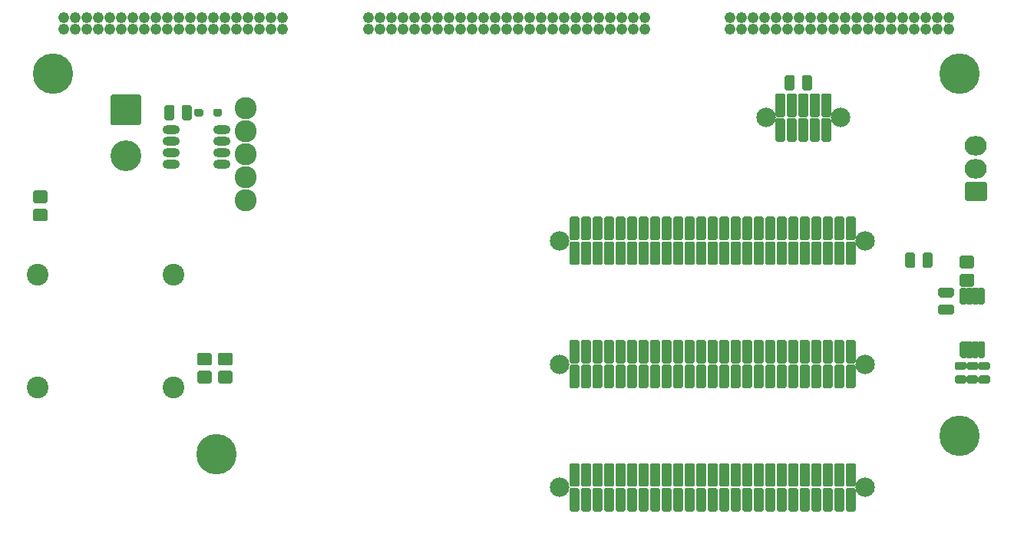
<source format=gts>
G04 #@! TF.GenerationSoftware,KiCad,Pcbnew,5.1.9+dfsg1-1~bpo10+1*
G04 #@! TF.CreationDate,2021-11-09T02:57:50+00:00*
G04 #@! TF.ProjectId,dropbot-front-panel,64726f70-626f-4742-9d66-726f6e742d70,3.3*
G04 #@! TF.SameCoordinates,Original*
G04 #@! TF.FileFunction,Soldermask,Top*
G04 #@! TF.FilePolarity,Negative*
%FSLAX46Y46*%
G04 Gerber Fmt 4.6, Leading zero omitted, Abs format (unit mm)*
G04 Created by KiCad (PCBNEW 5.1.9+dfsg1-1~bpo10+1) date 2021-11-09 02:57:50*
%MOMM*%
%LPD*%
G01*
G04 APERTURE LIST*
%ADD10C,2.400000*%
%ADD11O,2.432000X2.127200*%
%ADD12C,3.400000*%
%ADD13O,1.873200X1.009600*%
%ADD14C,2.432000*%
%ADD15C,4.464000*%
%ADD16C,2.150000*%
%ADD17C,1.214000*%
G04 APERTURE END LIST*
D10*
X63300000Y-78650000D03*
X63300000Y-66150000D03*
X48300000Y-78650000D03*
X48300000Y-66150000D03*
G36*
G01*
X153016000Y-56136400D02*
X153016000Y-57863600D01*
G75*
G02*
X152816000Y-58063600I-200000J0D01*
G01*
X150784000Y-58063600D01*
G75*
G02*
X150584000Y-57863600I0J200000D01*
G01*
X150584000Y-56136400D01*
G75*
G02*
X150784000Y-55936400I200000J0D01*
G01*
X152816000Y-55936400D01*
G75*
G02*
X153016000Y-56136400I0J-200000D01*
G01*
G37*
D11*
X151800000Y-54460000D03*
X151800000Y-51920000D03*
G36*
G01*
X56500000Y-46300000D02*
X59500000Y-46300000D01*
G75*
G02*
X59700000Y-46500000I0J-200000D01*
G01*
X59700000Y-49500000D01*
G75*
G02*
X59500000Y-49700000I-200000J0D01*
G01*
X56500000Y-49700000D01*
G75*
G02*
X56300000Y-49500000I0J200000D01*
G01*
X56300000Y-46500000D01*
G75*
G02*
X56500000Y-46300000I200000J0D01*
G01*
G37*
D12*
X58000000Y-53080000D03*
D13*
X68594000Y-54005000D03*
X68594000Y-52735000D03*
X68594000Y-51465000D03*
X68594000Y-50195000D03*
X63006000Y-50195000D03*
X63006000Y-51465000D03*
X63006000Y-52735000D03*
X63006000Y-54005000D03*
G36*
G01*
X144000000Y-65250000D02*
X144000000Y-63950000D01*
G75*
G02*
X144200000Y-63750000I200000J0D01*
G01*
X144900000Y-63750000D01*
G75*
G02*
X145100000Y-63950000I0J-200000D01*
G01*
X145100000Y-65250000D01*
G75*
G02*
X144900000Y-65450000I-200000J0D01*
G01*
X144200000Y-65450000D01*
G75*
G02*
X144000000Y-65250000I0J200000D01*
G01*
G37*
G36*
G01*
X145900000Y-65250000D02*
X145900000Y-63950000D01*
G75*
G02*
X146100000Y-63750000I200000J0D01*
G01*
X146800000Y-63750000D01*
G75*
G02*
X147000000Y-63950000I0J-200000D01*
G01*
X147000000Y-65250000D01*
G75*
G02*
X146800000Y-65450000I-200000J0D01*
G01*
X146100000Y-65450000D01*
G75*
G02*
X145900000Y-65250000I0J200000D01*
G01*
G37*
G36*
G01*
X133700000Y-44350000D02*
X133700000Y-45650000D01*
G75*
G02*
X133500000Y-45850000I-200000J0D01*
G01*
X132800000Y-45850000D01*
G75*
G02*
X132600000Y-45650000I0J200000D01*
G01*
X132600000Y-44350000D01*
G75*
G02*
X132800000Y-44150000I200000J0D01*
G01*
X133500000Y-44150000D01*
G75*
G02*
X133700000Y-44350000I0J-200000D01*
G01*
G37*
G36*
G01*
X131800000Y-44350000D02*
X131800000Y-45650000D01*
G75*
G02*
X131600000Y-45850000I-200000J0D01*
G01*
X130900000Y-45850000D01*
G75*
G02*
X130700000Y-45650000I0J200000D01*
G01*
X130700000Y-44350000D01*
G75*
G02*
X130900000Y-44150000I200000J0D01*
G01*
X131600000Y-44150000D01*
G75*
G02*
X131800000Y-44350000I0J-200000D01*
G01*
G37*
G36*
G01*
X49225000Y-60300000D02*
X47975000Y-60300000D01*
G75*
G02*
X47775000Y-60100000I0J200000D01*
G01*
X47775000Y-59100000D01*
G75*
G02*
X47975000Y-58900000I200000J0D01*
G01*
X49225000Y-58900000D01*
G75*
G02*
X49425000Y-59100000I0J-200000D01*
G01*
X49425000Y-60100000D01*
G75*
G02*
X49225000Y-60300000I-200000J0D01*
G01*
G37*
G36*
G01*
X49225000Y-58300000D02*
X47975000Y-58300000D01*
G75*
G02*
X47775000Y-58100000I0J200000D01*
G01*
X47775000Y-57100000D01*
G75*
G02*
X47975000Y-56900000I200000J0D01*
G01*
X49225000Y-56900000D01*
G75*
G02*
X49425000Y-57100000I0J-200000D01*
G01*
X49425000Y-58100000D01*
G75*
G02*
X49225000Y-58300000I-200000J0D01*
G01*
G37*
G36*
G01*
X66075000Y-74800000D02*
X67325000Y-74800000D01*
G75*
G02*
X67525000Y-75000000I0J-200000D01*
G01*
X67525000Y-76000000D01*
G75*
G02*
X67325000Y-76200000I-200000J0D01*
G01*
X66075000Y-76200000D01*
G75*
G02*
X65875000Y-76000000I0J200000D01*
G01*
X65875000Y-75000000D01*
G75*
G02*
X66075000Y-74800000I200000J0D01*
G01*
G37*
G36*
G01*
X66075000Y-76800000D02*
X67325000Y-76800000D01*
G75*
G02*
X67525000Y-77000000I0J-200000D01*
G01*
X67525000Y-78000000D01*
G75*
G02*
X67325000Y-78200000I-200000J0D01*
G01*
X66075000Y-78200000D01*
G75*
G02*
X65875000Y-78000000I0J200000D01*
G01*
X65875000Y-77000000D01*
G75*
G02*
X66075000Y-76800000I200000J0D01*
G01*
G37*
G36*
G01*
X68375000Y-74800000D02*
X69625000Y-74800000D01*
G75*
G02*
X69825000Y-75000000I0J-200000D01*
G01*
X69825000Y-76000000D01*
G75*
G02*
X69625000Y-76200000I-200000J0D01*
G01*
X68375000Y-76200000D01*
G75*
G02*
X68175000Y-76000000I0J200000D01*
G01*
X68175000Y-75000000D01*
G75*
G02*
X68375000Y-74800000I200000J0D01*
G01*
G37*
G36*
G01*
X68375000Y-76800000D02*
X69625000Y-76800000D01*
G75*
G02*
X69825000Y-77000000I0J-200000D01*
G01*
X69825000Y-78000000D01*
G75*
G02*
X69625000Y-78200000I-200000J0D01*
G01*
X68375000Y-78200000D01*
G75*
G02*
X68175000Y-78000000I0J200000D01*
G01*
X68175000Y-77000000D01*
G75*
G02*
X68375000Y-76800000I200000J0D01*
G01*
G37*
D14*
X71270000Y-57930000D03*
X71270000Y-55390000D03*
X71270000Y-52850000D03*
X71270000Y-50310000D03*
X71270000Y-47770000D03*
D15*
X50000000Y-44000000D03*
X150000000Y-44000000D03*
X150000000Y-84000000D03*
X68000000Y-86000000D03*
G36*
G01*
X108200100Y-78522960D02*
X108200100Y-76303000D01*
G75*
G02*
X108400100Y-76103000I200000J0D01*
G01*
X109136700Y-76103000D01*
G75*
G02*
X109336700Y-76303000I0J-200000D01*
G01*
X109336700Y-78522960D01*
G75*
G02*
X109136700Y-78722960I-200000J0D01*
G01*
X108400100Y-78722960D01*
G75*
G02*
X108200100Y-78522960I0J200000D01*
G01*
G37*
G36*
G01*
X108200100Y-75795000D02*
X108200100Y-73575040D01*
G75*
G02*
X108400100Y-73375040I200000J0D01*
G01*
X109136700Y-73375040D01*
G75*
G02*
X109336700Y-73575040I0J-200000D01*
G01*
X109336700Y-75795000D01*
G75*
G02*
X109136700Y-75995000I-200000J0D01*
G01*
X108400100Y-75995000D01*
G75*
G02*
X108200100Y-75795000I0J200000D01*
G01*
G37*
G36*
G01*
X117090100Y-78522960D02*
X117090100Y-76303000D01*
G75*
G02*
X117290100Y-76103000I200000J0D01*
G01*
X118026700Y-76103000D01*
G75*
G02*
X118226700Y-76303000I0J-200000D01*
G01*
X118226700Y-78522960D01*
G75*
G02*
X118026700Y-78722960I-200000J0D01*
G01*
X117290100Y-78722960D01*
G75*
G02*
X117090100Y-78522960I0J200000D01*
G01*
G37*
G36*
G01*
X117090100Y-75795000D02*
X117090100Y-73575040D01*
G75*
G02*
X117290100Y-73375040I200000J0D01*
G01*
X118026700Y-73375040D01*
G75*
G02*
X118226700Y-73575040I0J-200000D01*
G01*
X118226700Y-75795000D01*
G75*
G02*
X118026700Y-75995000I-200000J0D01*
G01*
X117290100Y-75995000D01*
G75*
G02*
X117090100Y-75795000I0J200000D01*
G01*
G37*
G36*
G01*
X115820100Y-78522960D02*
X115820100Y-76303000D01*
G75*
G02*
X116020100Y-76103000I200000J0D01*
G01*
X116756700Y-76103000D01*
G75*
G02*
X116956700Y-76303000I0J-200000D01*
G01*
X116956700Y-78522960D01*
G75*
G02*
X116756700Y-78722960I-200000J0D01*
G01*
X116020100Y-78722960D01*
G75*
G02*
X115820100Y-78522960I0J200000D01*
G01*
G37*
G36*
G01*
X115820100Y-75795000D02*
X115820100Y-73575040D01*
G75*
G02*
X116020100Y-73375040I200000J0D01*
G01*
X116756700Y-73375040D01*
G75*
G02*
X116956700Y-73575040I0J-200000D01*
G01*
X116956700Y-75795000D01*
G75*
G02*
X116756700Y-75995000I-200000J0D01*
G01*
X116020100Y-75995000D01*
G75*
G02*
X115820100Y-75795000I0J200000D01*
G01*
G37*
G36*
G01*
X114550100Y-78522960D02*
X114550100Y-76303000D01*
G75*
G02*
X114750100Y-76103000I200000J0D01*
G01*
X115486700Y-76103000D01*
G75*
G02*
X115686700Y-76303000I0J-200000D01*
G01*
X115686700Y-78522960D01*
G75*
G02*
X115486700Y-78722960I-200000J0D01*
G01*
X114750100Y-78722960D01*
G75*
G02*
X114550100Y-78522960I0J200000D01*
G01*
G37*
G36*
G01*
X114550100Y-75795000D02*
X114550100Y-73575040D01*
G75*
G02*
X114750100Y-73375040I200000J0D01*
G01*
X115486700Y-73375040D01*
G75*
G02*
X115686700Y-73575040I0J-200000D01*
G01*
X115686700Y-75795000D01*
G75*
G02*
X115486700Y-75995000I-200000J0D01*
G01*
X114750100Y-75995000D01*
G75*
G02*
X114550100Y-75795000I0J200000D01*
G01*
G37*
G36*
G01*
X113280100Y-78522960D02*
X113280100Y-76303000D01*
G75*
G02*
X113480100Y-76103000I200000J0D01*
G01*
X114216700Y-76103000D01*
G75*
G02*
X114416700Y-76303000I0J-200000D01*
G01*
X114416700Y-78522960D01*
G75*
G02*
X114216700Y-78722960I-200000J0D01*
G01*
X113480100Y-78722960D01*
G75*
G02*
X113280100Y-78522960I0J200000D01*
G01*
G37*
G36*
G01*
X113280100Y-75795000D02*
X113280100Y-73575040D01*
G75*
G02*
X113480100Y-73375040I200000J0D01*
G01*
X114216700Y-73375040D01*
G75*
G02*
X114416700Y-73575040I0J-200000D01*
G01*
X114416700Y-75795000D01*
G75*
G02*
X114216700Y-75995000I-200000J0D01*
G01*
X113480100Y-75995000D01*
G75*
G02*
X113280100Y-75795000I0J200000D01*
G01*
G37*
G36*
G01*
X125980100Y-75795000D02*
X125980100Y-73575040D01*
G75*
G02*
X126180100Y-73375040I200000J0D01*
G01*
X126916700Y-73375040D01*
G75*
G02*
X127116700Y-73575040I0J-200000D01*
G01*
X127116700Y-75795000D01*
G75*
G02*
X126916700Y-75995000I-200000J0D01*
G01*
X126180100Y-75995000D01*
G75*
G02*
X125980100Y-75795000I0J200000D01*
G01*
G37*
G36*
G01*
X125980100Y-78522960D02*
X125980100Y-76303000D01*
G75*
G02*
X126180100Y-76103000I200000J0D01*
G01*
X126916700Y-76103000D01*
G75*
G02*
X127116700Y-76303000I0J-200000D01*
G01*
X127116700Y-78522960D01*
G75*
G02*
X126916700Y-78722960I-200000J0D01*
G01*
X126180100Y-78722960D01*
G75*
G02*
X125980100Y-78522960I0J200000D01*
G01*
G37*
G36*
G01*
X127250100Y-75795000D02*
X127250100Y-73575040D01*
G75*
G02*
X127450100Y-73375040I200000J0D01*
G01*
X128186700Y-73375040D01*
G75*
G02*
X128386700Y-73575040I0J-200000D01*
G01*
X128386700Y-75795000D01*
G75*
G02*
X128186700Y-75995000I-200000J0D01*
G01*
X127450100Y-75995000D01*
G75*
G02*
X127250100Y-75795000I0J200000D01*
G01*
G37*
G36*
G01*
X127250100Y-78522960D02*
X127250100Y-76303000D01*
G75*
G02*
X127450100Y-76103000I200000J0D01*
G01*
X128186700Y-76103000D01*
G75*
G02*
X128386700Y-76303000I0J-200000D01*
G01*
X128386700Y-78522960D01*
G75*
G02*
X128186700Y-78722960I-200000J0D01*
G01*
X127450100Y-78722960D01*
G75*
G02*
X127250100Y-78522960I0J200000D01*
G01*
G37*
G36*
G01*
X128520100Y-75795000D02*
X128520100Y-73575040D01*
G75*
G02*
X128720100Y-73375040I200000J0D01*
G01*
X129456700Y-73375040D01*
G75*
G02*
X129656700Y-73575040I0J-200000D01*
G01*
X129656700Y-75795000D01*
G75*
G02*
X129456700Y-75995000I-200000J0D01*
G01*
X128720100Y-75995000D01*
G75*
G02*
X128520100Y-75795000I0J200000D01*
G01*
G37*
G36*
G01*
X128520100Y-78522960D02*
X128520100Y-76303000D01*
G75*
G02*
X128720100Y-76103000I200000J0D01*
G01*
X129456700Y-76103000D01*
G75*
G02*
X129656700Y-76303000I0J-200000D01*
G01*
X129656700Y-78522960D01*
G75*
G02*
X129456700Y-78722960I-200000J0D01*
G01*
X128720100Y-78722960D01*
G75*
G02*
X128520100Y-78522960I0J200000D01*
G01*
G37*
G36*
G01*
X129790100Y-75795000D02*
X129790100Y-73575040D01*
G75*
G02*
X129990100Y-73375040I200000J0D01*
G01*
X130726700Y-73375040D01*
G75*
G02*
X130926700Y-73575040I0J-200000D01*
G01*
X130926700Y-75795000D01*
G75*
G02*
X130726700Y-75995000I-200000J0D01*
G01*
X129990100Y-75995000D01*
G75*
G02*
X129790100Y-75795000I0J200000D01*
G01*
G37*
G36*
G01*
X129790100Y-78522960D02*
X129790100Y-76303000D01*
G75*
G02*
X129990100Y-76103000I200000J0D01*
G01*
X130726700Y-76103000D01*
G75*
G02*
X130926700Y-76303000I0J-200000D01*
G01*
X130926700Y-78522960D01*
G75*
G02*
X130726700Y-78722960I-200000J0D01*
G01*
X129990100Y-78722960D01*
G75*
G02*
X129790100Y-78522960I0J200000D01*
G01*
G37*
G36*
G01*
X131060100Y-75795000D02*
X131060100Y-73575040D01*
G75*
G02*
X131260100Y-73375040I200000J0D01*
G01*
X131996700Y-73375040D01*
G75*
G02*
X132196700Y-73575040I0J-200000D01*
G01*
X132196700Y-75795000D01*
G75*
G02*
X131996700Y-75995000I-200000J0D01*
G01*
X131260100Y-75995000D01*
G75*
G02*
X131060100Y-75795000I0J200000D01*
G01*
G37*
G36*
G01*
X131060100Y-78522960D02*
X131060100Y-76303000D01*
G75*
G02*
X131260100Y-76103000I200000J0D01*
G01*
X131996700Y-76103000D01*
G75*
G02*
X132196700Y-76303000I0J-200000D01*
G01*
X132196700Y-78522960D01*
G75*
G02*
X131996700Y-78722960I-200000J0D01*
G01*
X131260100Y-78722960D01*
G75*
G02*
X131060100Y-78522960I0J200000D01*
G01*
G37*
G36*
G01*
X106930100Y-75795000D02*
X106930100Y-73575040D01*
G75*
G02*
X107130100Y-73375040I200000J0D01*
G01*
X107866700Y-73375040D01*
G75*
G02*
X108066700Y-73575040I0J-200000D01*
G01*
X108066700Y-75795000D01*
G75*
G02*
X107866700Y-75995000I-200000J0D01*
G01*
X107130100Y-75995000D01*
G75*
G02*
X106930100Y-75795000I0J200000D01*
G01*
G37*
G36*
G01*
X106930100Y-78522960D02*
X106930100Y-76303000D01*
G75*
G02*
X107130100Y-76103000I200000J0D01*
G01*
X107866700Y-76103000D01*
G75*
G02*
X108066700Y-76303000I0J-200000D01*
G01*
X108066700Y-78522960D01*
G75*
G02*
X107866700Y-78722960I-200000J0D01*
G01*
X107130100Y-78722960D01*
G75*
G02*
X106930100Y-78522960I0J200000D01*
G01*
G37*
G36*
G01*
X109470100Y-75795000D02*
X109470100Y-73575040D01*
G75*
G02*
X109670100Y-73375040I200000J0D01*
G01*
X110406700Y-73375040D01*
G75*
G02*
X110606700Y-73575040I0J-200000D01*
G01*
X110606700Y-75795000D01*
G75*
G02*
X110406700Y-75995000I-200000J0D01*
G01*
X109670100Y-75995000D01*
G75*
G02*
X109470100Y-75795000I0J200000D01*
G01*
G37*
G36*
G01*
X109470100Y-78522960D02*
X109470100Y-76303000D01*
G75*
G02*
X109670100Y-76103000I200000J0D01*
G01*
X110406700Y-76103000D01*
G75*
G02*
X110606700Y-76303000I0J-200000D01*
G01*
X110606700Y-78522960D01*
G75*
G02*
X110406700Y-78722960I-200000J0D01*
G01*
X109670100Y-78722960D01*
G75*
G02*
X109470100Y-78522960I0J200000D01*
G01*
G37*
G36*
G01*
X110740100Y-75795000D02*
X110740100Y-73575040D01*
G75*
G02*
X110940100Y-73375040I200000J0D01*
G01*
X111676700Y-73375040D01*
G75*
G02*
X111876700Y-73575040I0J-200000D01*
G01*
X111876700Y-75795000D01*
G75*
G02*
X111676700Y-75995000I-200000J0D01*
G01*
X110940100Y-75995000D01*
G75*
G02*
X110740100Y-75795000I0J200000D01*
G01*
G37*
G36*
G01*
X110740100Y-78522960D02*
X110740100Y-76303000D01*
G75*
G02*
X110940100Y-76103000I200000J0D01*
G01*
X111676700Y-76103000D01*
G75*
G02*
X111876700Y-76303000I0J-200000D01*
G01*
X111876700Y-78522960D01*
G75*
G02*
X111676700Y-78722960I-200000J0D01*
G01*
X110940100Y-78722960D01*
G75*
G02*
X110740100Y-78522960I0J200000D01*
G01*
G37*
G36*
G01*
X112010100Y-75795000D02*
X112010100Y-73575040D01*
G75*
G02*
X112210100Y-73375040I200000J0D01*
G01*
X112946700Y-73375040D01*
G75*
G02*
X113146700Y-73575040I0J-200000D01*
G01*
X113146700Y-75795000D01*
G75*
G02*
X112946700Y-75995000I-200000J0D01*
G01*
X112210100Y-75995000D01*
G75*
G02*
X112010100Y-75795000I0J200000D01*
G01*
G37*
G36*
G01*
X112010100Y-78522960D02*
X112010100Y-76303000D01*
G75*
G02*
X112210100Y-76103000I200000J0D01*
G01*
X112946700Y-76103000D01*
G75*
G02*
X113146700Y-76303000I0J-200000D01*
G01*
X113146700Y-78522960D01*
G75*
G02*
X112946700Y-78722960I-200000J0D01*
G01*
X112210100Y-78722960D01*
G75*
G02*
X112010100Y-78522960I0J200000D01*
G01*
G37*
G36*
G01*
X118360100Y-75795000D02*
X118360100Y-73575040D01*
G75*
G02*
X118560100Y-73375040I200000J0D01*
G01*
X119296700Y-73375040D01*
G75*
G02*
X119496700Y-73575040I0J-200000D01*
G01*
X119496700Y-75795000D01*
G75*
G02*
X119296700Y-75995000I-200000J0D01*
G01*
X118560100Y-75995000D01*
G75*
G02*
X118360100Y-75795000I0J200000D01*
G01*
G37*
G36*
G01*
X118360100Y-78522960D02*
X118360100Y-76303000D01*
G75*
G02*
X118560100Y-76103000I200000J0D01*
G01*
X119296700Y-76103000D01*
G75*
G02*
X119496700Y-76303000I0J-200000D01*
G01*
X119496700Y-78522960D01*
G75*
G02*
X119296700Y-78722960I-200000J0D01*
G01*
X118560100Y-78722960D01*
G75*
G02*
X118360100Y-78522960I0J200000D01*
G01*
G37*
G36*
G01*
X137410100Y-78522960D02*
X137410100Y-76303000D01*
G75*
G02*
X137610100Y-76103000I200000J0D01*
G01*
X138346700Y-76103000D01*
G75*
G02*
X138546700Y-76303000I0J-200000D01*
G01*
X138546700Y-78522960D01*
G75*
G02*
X138346700Y-78722960I-200000J0D01*
G01*
X137610100Y-78722960D01*
G75*
G02*
X137410100Y-78522960I0J200000D01*
G01*
G37*
G36*
G01*
X137410100Y-75795000D02*
X137410100Y-73575040D01*
G75*
G02*
X137610100Y-73375040I200000J0D01*
G01*
X138346700Y-73375040D01*
G75*
G02*
X138546700Y-73575040I0J-200000D01*
G01*
X138546700Y-75795000D01*
G75*
G02*
X138346700Y-75995000I-200000J0D01*
G01*
X137610100Y-75995000D01*
G75*
G02*
X137410100Y-75795000I0J200000D01*
G01*
G37*
G36*
G01*
X136140100Y-78522960D02*
X136140100Y-76303000D01*
G75*
G02*
X136340100Y-76103000I200000J0D01*
G01*
X137076700Y-76103000D01*
G75*
G02*
X137276700Y-76303000I0J-200000D01*
G01*
X137276700Y-78522960D01*
G75*
G02*
X137076700Y-78722960I-200000J0D01*
G01*
X136340100Y-78722960D01*
G75*
G02*
X136140100Y-78522960I0J200000D01*
G01*
G37*
G36*
G01*
X136140100Y-75795000D02*
X136140100Y-73575040D01*
G75*
G02*
X136340100Y-73375040I200000J0D01*
G01*
X137076700Y-73375040D01*
G75*
G02*
X137276700Y-73575040I0J-200000D01*
G01*
X137276700Y-75795000D01*
G75*
G02*
X137076700Y-75995000I-200000J0D01*
G01*
X136340100Y-75995000D01*
G75*
G02*
X136140100Y-75795000I0J200000D01*
G01*
G37*
G36*
G01*
X134870100Y-78522960D02*
X134870100Y-76303000D01*
G75*
G02*
X135070100Y-76103000I200000J0D01*
G01*
X135806700Y-76103000D01*
G75*
G02*
X136006700Y-76303000I0J-200000D01*
G01*
X136006700Y-78522960D01*
G75*
G02*
X135806700Y-78722960I-200000J0D01*
G01*
X135070100Y-78722960D01*
G75*
G02*
X134870100Y-78522960I0J200000D01*
G01*
G37*
G36*
G01*
X134870100Y-75795000D02*
X134870100Y-73575040D01*
G75*
G02*
X135070100Y-73375040I200000J0D01*
G01*
X135806700Y-73375040D01*
G75*
G02*
X136006700Y-73575040I0J-200000D01*
G01*
X136006700Y-75795000D01*
G75*
G02*
X135806700Y-75995000I-200000J0D01*
G01*
X135070100Y-75995000D01*
G75*
G02*
X134870100Y-75795000I0J200000D01*
G01*
G37*
G36*
G01*
X133600100Y-78522960D02*
X133600100Y-76303000D01*
G75*
G02*
X133800100Y-76103000I200000J0D01*
G01*
X134536700Y-76103000D01*
G75*
G02*
X134736700Y-76303000I0J-200000D01*
G01*
X134736700Y-78522960D01*
G75*
G02*
X134536700Y-78722960I-200000J0D01*
G01*
X133800100Y-78722960D01*
G75*
G02*
X133600100Y-78522960I0J200000D01*
G01*
G37*
G36*
G01*
X133600100Y-75795000D02*
X133600100Y-73575040D01*
G75*
G02*
X133800100Y-73375040I200000J0D01*
G01*
X134536700Y-73375040D01*
G75*
G02*
X134736700Y-73575040I0J-200000D01*
G01*
X134736700Y-75795000D01*
G75*
G02*
X134536700Y-75995000I-200000J0D01*
G01*
X133800100Y-75995000D01*
G75*
G02*
X133600100Y-75795000I0J200000D01*
G01*
G37*
G36*
G01*
X132330100Y-78522960D02*
X132330100Y-76303000D01*
G75*
G02*
X132530100Y-76103000I200000J0D01*
G01*
X133266700Y-76103000D01*
G75*
G02*
X133466700Y-76303000I0J-200000D01*
G01*
X133466700Y-78522960D01*
G75*
G02*
X133266700Y-78722960I-200000J0D01*
G01*
X132530100Y-78722960D01*
G75*
G02*
X132330100Y-78522960I0J200000D01*
G01*
G37*
G36*
G01*
X132330100Y-75795000D02*
X132330100Y-73575040D01*
G75*
G02*
X132530100Y-73375040I200000J0D01*
G01*
X133266700Y-73375040D01*
G75*
G02*
X133466700Y-73575040I0J-200000D01*
G01*
X133466700Y-75795000D01*
G75*
G02*
X133266700Y-75995000I-200000J0D01*
G01*
X132530100Y-75995000D01*
G75*
G02*
X132330100Y-75795000I0J200000D01*
G01*
G37*
G36*
G01*
X124710100Y-78522960D02*
X124710100Y-76303000D01*
G75*
G02*
X124910100Y-76103000I200000J0D01*
G01*
X125646700Y-76103000D01*
G75*
G02*
X125846700Y-76303000I0J-200000D01*
G01*
X125846700Y-78522960D01*
G75*
G02*
X125646700Y-78722960I-200000J0D01*
G01*
X124910100Y-78722960D01*
G75*
G02*
X124710100Y-78522960I0J200000D01*
G01*
G37*
G36*
G01*
X124710100Y-75795000D02*
X124710100Y-73575040D01*
G75*
G02*
X124910100Y-73375040I200000J0D01*
G01*
X125646700Y-73375040D01*
G75*
G02*
X125846700Y-73575040I0J-200000D01*
G01*
X125846700Y-75795000D01*
G75*
G02*
X125646700Y-75995000I-200000J0D01*
G01*
X124910100Y-75995000D01*
G75*
G02*
X124710100Y-75795000I0J200000D01*
G01*
G37*
G36*
G01*
X123440100Y-78522960D02*
X123440100Y-76303000D01*
G75*
G02*
X123640100Y-76103000I200000J0D01*
G01*
X124376700Y-76103000D01*
G75*
G02*
X124576700Y-76303000I0J-200000D01*
G01*
X124576700Y-78522960D01*
G75*
G02*
X124376700Y-78722960I-200000J0D01*
G01*
X123640100Y-78722960D01*
G75*
G02*
X123440100Y-78522960I0J200000D01*
G01*
G37*
G36*
G01*
X123440100Y-75795000D02*
X123440100Y-73575040D01*
G75*
G02*
X123640100Y-73375040I200000J0D01*
G01*
X124376700Y-73375040D01*
G75*
G02*
X124576700Y-73575040I0J-200000D01*
G01*
X124576700Y-75795000D01*
G75*
G02*
X124376700Y-75995000I-200000J0D01*
G01*
X123640100Y-75995000D01*
G75*
G02*
X123440100Y-75795000I0J200000D01*
G01*
G37*
G36*
G01*
X122170100Y-78522960D02*
X122170100Y-76303000D01*
G75*
G02*
X122370100Y-76103000I200000J0D01*
G01*
X123106700Y-76103000D01*
G75*
G02*
X123306700Y-76303000I0J-200000D01*
G01*
X123306700Y-78522960D01*
G75*
G02*
X123106700Y-78722960I-200000J0D01*
G01*
X122370100Y-78722960D01*
G75*
G02*
X122170100Y-78522960I0J200000D01*
G01*
G37*
G36*
G01*
X122170100Y-75795000D02*
X122170100Y-73575040D01*
G75*
G02*
X122370100Y-73375040I200000J0D01*
G01*
X123106700Y-73375040D01*
G75*
G02*
X123306700Y-73575040I0J-200000D01*
G01*
X123306700Y-75795000D01*
G75*
G02*
X123106700Y-75995000I-200000J0D01*
G01*
X122370100Y-75995000D01*
G75*
G02*
X122170100Y-75795000I0J200000D01*
G01*
G37*
G36*
G01*
X120900100Y-78522960D02*
X120900100Y-76303000D01*
G75*
G02*
X121100100Y-76103000I200000J0D01*
G01*
X121836700Y-76103000D01*
G75*
G02*
X122036700Y-76303000I0J-200000D01*
G01*
X122036700Y-78522960D01*
G75*
G02*
X121836700Y-78722960I-200000J0D01*
G01*
X121100100Y-78722960D01*
G75*
G02*
X120900100Y-78522960I0J200000D01*
G01*
G37*
G36*
G01*
X120900100Y-75795000D02*
X120900100Y-73575040D01*
G75*
G02*
X121100100Y-73375040I200000J0D01*
G01*
X121836700Y-73375040D01*
G75*
G02*
X122036700Y-73575040I0J-200000D01*
G01*
X122036700Y-75795000D01*
G75*
G02*
X121836700Y-75995000I-200000J0D01*
G01*
X121100100Y-75995000D01*
G75*
G02*
X120900100Y-75795000I0J200000D01*
G01*
G37*
G36*
G01*
X119630100Y-78522960D02*
X119630100Y-76303000D01*
G75*
G02*
X119830100Y-76103000I200000J0D01*
G01*
X120566700Y-76103000D01*
G75*
G02*
X120766700Y-76303000I0J-200000D01*
G01*
X120766700Y-78522960D01*
G75*
G02*
X120566700Y-78722960I-200000J0D01*
G01*
X119830100Y-78722960D01*
G75*
G02*
X119630100Y-78522960I0J200000D01*
G01*
G37*
G36*
G01*
X119630100Y-75795000D02*
X119630100Y-73575040D01*
G75*
G02*
X119830100Y-73375040I200000J0D01*
G01*
X120566700Y-73375040D01*
G75*
G02*
X120766700Y-73575040I0J-200000D01*
G01*
X120766700Y-75795000D01*
G75*
G02*
X120566700Y-75995000I-200000J0D01*
G01*
X119830100Y-75995000D01*
G75*
G02*
X119630100Y-75795000I0J200000D01*
G01*
G37*
D16*
X105910900Y-76049000D03*
X139565900Y-76049000D03*
G36*
G01*
X108200100Y-92122960D02*
X108200100Y-89903000D01*
G75*
G02*
X108400100Y-89703000I200000J0D01*
G01*
X109136700Y-89703000D01*
G75*
G02*
X109336700Y-89903000I0J-200000D01*
G01*
X109336700Y-92122960D01*
G75*
G02*
X109136700Y-92322960I-200000J0D01*
G01*
X108400100Y-92322960D01*
G75*
G02*
X108200100Y-92122960I0J200000D01*
G01*
G37*
G36*
G01*
X108200100Y-89395000D02*
X108200100Y-87175040D01*
G75*
G02*
X108400100Y-86975040I200000J0D01*
G01*
X109136700Y-86975040D01*
G75*
G02*
X109336700Y-87175040I0J-200000D01*
G01*
X109336700Y-89395000D01*
G75*
G02*
X109136700Y-89595000I-200000J0D01*
G01*
X108400100Y-89595000D01*
G75*
G02*
X108200100Y-89395000I0J200000D01*
G01*
G37*
G36*
G01*
X117090100Y-92122960D02*
X117090100Y-89903000D01*
G75*
G02*
X117290100Y-89703000I200000J0D01*
G01*
X118026700Y-89703000D01*
G75*
G02*
X118226700Y-89903000I0J-200000D01*
G01*
X118226700Y-92122960D01*
G75*
G02*
X118026700Y-92322960I-200000J0D01*
G01*
X117290100Y-92322960D01*
G75*
G02*
X117090100Y-92122960I0J200000D01*
G01*
G37*
G36*
G01*
X117090100Y-89395000D02*
X117090100Y-87175040D01*
G75*
G02*
X117290100Y-86975040I200000J0D01*
G01*
X118026700Y-86975040D01*
G75*
G02*
X118226700Y-87175040I0J-200000D01*
G01*
X118226700Y-89395000D01*
G75*
G02*
X118026700Y-89595000I-200000J0D01*
G01*
X117290100Y-89595000D01*
G75*
G02*
X117090100Y-89395000I0J200000D01*
G01*
G37*
G36*
G01*
X115820100Y-92122960D02*
X115820100Y-89903000D01*
G75*
G02*
X116020100Y-89703000I200000J0D01*
G01*
X116756700Y-89703000D01*
G75*
G02*
X116956700Y-89903000I0J-200000D01*
G01*
X116956700Y-92122960D01*
G75*
G02*
X116756700Y-92322960I-200000J0D01*
G01*
X116020100Y-92322960D01*
G75*
G02*
X115820100Y-92122960I0J200000D01*
G01*
G37*
G36*
G01*
X115820100Y-89395000D02*
X115820100Y-87175040D01*
G75*
G02*
X116020100Y-86975040I200000J0D01*
G01*
X116756700Y-86975040D01*
G75*
G02*
X116956700Y-87175040I0J-200000D01*
G01*
X116956700Y-89395000D01*
G75*
G02*
X116756700Y-89595000I-200000J0D01*
G01*
X116020100Y-89595000D01*
G75*
G02*
X115820100Y-89395000I0J200000D01*
G01*
G37*
G36*
G01*
X114550100Y-92122960D02*
X114550100Y-89903000D01*
G75*
G02*
X114750100Y-89703000I200000J0D01*
G01*
X115486700Y-89703000D01*
G75*
G02*
X115686700Y-89903000I0J-200000D01*
G01*
X115686700Y-92122960D01*
G75*
G02*
X115486700Y-92322960I-200000J0D01*
G01*
X114750100Y-92322960D01*
G75*
G02*
X114550100Y-92122960I0J200000D01*
G01*
G37*
G36*
G01*
X114550100Y-89395000D02*
X114550100Y-87175040D01*
G75*
G02*
X114750100Y-86975040I200000J0D01*
G01*
X115486700Y-86975040D01*
G75*
G02*
X115686700Y-87175040I0J-200000D01*
G01*
X115686700Y-89395000D01*
G75*
G02*
X115486700Y-89595000I-200000J0D01*
G01*
X114750100Y-89595000D01*
G75*
G02*
X114550100Y-89395000I0J200000D01*
G01*
G37*
G36*
G01*
X113280100Y-92122960D02*
X113280100Y-89903000D01*
G75*
G02*
X113480100Y-89703000I200000J0D01*
G01*
X114216700Y-89703000D01*
G75*
G02*
X114416700Y-89903000I0J-200000D01*
G01*
X114416700Y-92122960D01*
G75*
G02*
X114216700Y-92322960I-200000J0D01*
G01*
X113480100Y-92322960D01*
G75*
G02*
X113280100Y-92122960I0J200000D01*
G01*
G37*
G36*
G01*
X113280100Y-89395000D02*
X113280100Y-87175040D01*
G75*
G02*
X113480100Y-86975040I200000J0D01*
G01*
X114216700Y-86975040D01*
G75*
G02*
X114416700Y-87175040I0J-200000D01*
G01*
X114416700Y-89395000D01*
G75*
G02*
X114216700Y-89595000I-200000J0D01*
G01*
X113480100Y-89595000D01*
G75*
G02*
X113280100Y-89395000I0J200000D01*
G01*
G37*
G36*
G01*
X125980100Y-89395000D02*
X125980100Y-87175040D01*
G75*
G02*
X126180100Y-86975040I200000J0D01*
G01*
X126916700Y-86975040D01*
G75*
G02*
X127116700Y-87175040I0J-200000D01*
G01*
X127116700Y-89395000D01*
G75*
G02*
X126916700Y-89595000I-200000J0D01*
G01*
X126180100Y-89595000D01*
G75*
G02*
X125980100Y-89395000I0J200000D01*
G01*
G37*
G36*
G01*
X125980100Y-92122960D02*
X125980100Y-89903000D01*
G75*
G02*
X126180100Y-89703000I200000J0D01*
G01*
X126916700Y-89703000D01*
G75*
G02*
X127116700Y-89903000I0J-200000D01*
G01*
X127116700Y-92122960D01*
G75*
G02*
X126916700Y-92322960I-200000J0D01*
G01*
X126180100Y-92322960D01*
G75*
G02*
X125980100Y-92122960I0J200000D01*
G01*
G37*
G36*
G01*
X127250100Y-89395000D02*
X127250100Y-87175040D01*
G75*
G02*
X127450100Y-86975040I200000J0D01*
G01*
X128186700Y-86975040D01*
G75*
G02*
X128386700Y-87175040I0J-200000D01*
G01*
X128386700Y-89395000D01*
G75*
G02*
X128186700Y-89595000I-200000J0D01*
G01*
X127450100Y-89595000D01*
G75*
G02*
X127250100Y-89395000I0J200000D01*
G01*
G37*
G36*
G01*
X127250100Y-92122960D02*
X127250100Y-89903000D01*
G75*
G02*
X127450100Y-89703000I200000J0D01*
G01*
X128186700Y-89703000D01*
G75*
G02*
X128386700Y-89903000I0J-200000D01*
G01*
X128386700Y-92122960D01*
G75*
G02*
X128186700Y-92322960I-200000J0D01*
G01*
X127450100Y-92322960D01*
G75*
G02*
X127250100Y-92122960I0J200000D01*
G01*
G37*
G36*
G01*
X128520100Y-89395000D02*
X128520100Y-87175040D01*
G75*
G02*
X128720100Y-86975040I200000J0D01*
G01*
X129456700Y-86975040D01*
G75*
G02*
X129656700Y-87175040I0J-200000D01*
G01*
X129656700Y-89395000D01*
G75*
G02*
X129456700Y-89595000I-200000J0D01*
G01*
X128720100Y-89595000D01*
G75*
G02*
X128520100Y-89395000I0J200000D01*
G01*
G37*
G36*
G01*
X128520100Y-92122960D02*
X128520100Y-89903000D01*
G75*
G02*
X128720100Y-89703000I200000J0D01*
G01*
X129456700Y-89703000D01*
G75*
G02*
X129656700Y-89903000I0J-200000D01*
G01*
X129656700Y-92122960D01*
G75*
G02*
X129456700Y-92322960I-200000J0D01*
G01*
X128720100Y-92322960D01*
G75*
G02*
X128520100Y-92122960I0J200000D01*
G01*
G37*
G36*
G01*
X129790100Y-89395000D02*
X129790100Y-87175040D01*
G75*
G02*
X129990100Y-86975040I200000J0D01*
G01*
X130726700Y-86975040D01*
G75*
G02*
X130926700Y-87175040I0J-200000D01*
G01*
X130926700Y-89395000D01*
G75*
G02*
X130726700Y-89595000I-200000J0D01*
G01*
X129990100Y-89595000D01*
G75*
G02*
X129790100Y-89395000I0J200000D01*
G01*
G37*
G36*
G01*
X129790100Y-92122960D02*
X129790100Y-89903000D01*
G75*
G02*
X129990100Y-89703000I200000J0D01*
G01*
X130726700Y-89703000D01*
G75*
G02*
X130926700Y-89903000I0J-200000D01*
G01*
X130926700Y-92122960D01*
G75*
G02*
X130726700Y-92322960I-200000J0D01*
G01*
X129990100Y-92322960D01*
G75*
G02*
X129790100Y-92122960I0J200000D01*
G01*
G37*
G36*
G01*
X131060100Y-89395000D02*
X131060100Y-87175040D01*
G75*
G02*
X131260100Y-86975040I200000J0D01*
G01*
X131996700Y-86975040D01*
G75*
G02*
X132196700Y-87175040I0J-200000D01*
G01*
X132196700Y-89395000D01*
G75*
G02*
X131996700Y-89595000I-200000J0D01*
G01*
X131260100Y-89595000D01*
G75*
G02*
X131060100Y-89395000I0J200000D01*
G01*
G37*
G36*
G01*
X131060100Y-92122960D02*
X131060100Y-89903000D01*
G75*
G02*
X131260100Y-89703000I200000J0D01*
G01*
X131996700Y-89703000D01*
G75*
G02*
X132196700Y-89903000I0J-200000D01*
G01*
X132196700Y-92122960D01*
G75*
G02*
X131996700Y-92322960I-200000J0D01*
G01*
X131260100Y-92322960D01*
G75*
G02*
X131060100Y-92122960I0J200000D01*
G01*
G37*
G36*
G01*
X106930100Y-89395000D02*
X106930100Y-87175040D01*
G75*
G02*
X107130100Y-86975040I200000J0D01*
G01*
X107866700Y-86975040D01*
G75*
G02*
X108066700Y-87175040I0J-200000D01*
G01*
X108066700Y-89395000D01*
G75*
G02*
X107866700Y-89595000I-200000J0D01*
G01*
X107130100Y-89595000D01*
G75*
G02*
X106930100Y-89395000I0J200000D01*
G01*
G37*
G36*
G01*
X106930100Y-92122960D02*
X106930100Y-89903000D01*
G75*
G02*
X107130100Y-89703000I200000J0D01*
G01*
X107866700Y-89703000D01*
G75*
G02*
X108066700Y-89903000I0J-200000D01*
G01*
X108066700Y-92122960D01*
G75*
G02*
X107866700Y-92322960I-200000J0D01*
G01*
X107130100Y-92322960D01*
G75*
G02*
X106930100Y-92122960I0J200000D01*
G01*
G37*
G36*
G01*
X109470100Y-89395000D02*
X109470100Y-87175040D01*
G75*
G02*
X109670100Y-86975040I200000J0D01*
G01*
X110406700Y-86975040D01*
G75*
G02*
X110606700Y-87175040I0J-200000D01*
G01*
X110606700Y-89395000D01*
G75*
G02*
X110406700Y-89595000I-200000J0D01*
G01*
X109670100Y-89595000D01*
G75*
G02*
X109470100Y-89395000I0J200000D01*
G01*
G37*
G36*
G01*
X109470100Y-92122960D02*
X109470100Y-89903000D01*
G75*
G02*
X109670100Y-89703000I200000J0D01*
G01*
X110406700Y-89703000D01*
G75*
G02*
X110606700Y-89903000I0J-200000D01*
G01*
X110606700Y-92122960D01*
G75*
G02*
X110406700Y-92322960I-200000J0D01*
G01*
X109670100Y-92322960D01*
G75*
G02*
X109470100Y-92122960I0J200000D01*
G01*
G37*
G36*
G01*
X110740100Y-89395000D02*
X110740100Y-87175040D01*
G75*
G02*
X110940100Y-86975040I200000J0D01*
G01*
X111676700Y-86975040D01*
G75*
G02*
X111876700Y-87175040I0J-200000D01*
G01*
X111876700Y-89395000D01*
G75*
G02*
X111676700Y-89595000I-200000J0D01*
G01*
X110940100Y-89595000D01*
G75*
G02*
X110740100Y-89395000I0J200000D01*
G01*
G37*
G36*
G01*
X110740100Y-92122960D02*
X110740100Y-89903000D01*
G75*
G02*
X110940100Y-89703000I200000J0D01*
G01*
X111676700Y-89703000D01*
G75*
G02*
X111876700Y-89903000I0J-200000D01*
G01*
X111876700Y-92122960D01*
G75*
G02*
X111676700Y-92322960I-200000J0D01*
G01*
X110940100Y-92322960D01*
G75*
G02*
X110740100Y-92122960I0J200000D01*
G01*
G37*
G36*
G01*
X112010100Y-89395000D02*
X112010100Y-87175040D01*
G75*
G02*
X112210100Y-86975040I200000J0D01*
G01*
X112946700Y-86975040D01*
G75*
G02*
X113146700Y-87175040I0J-200000D01*
G01*
X113146700Y-89395000D01*
G75*
G02*
X112946700Y-89595000I-200000J0D01*
G01*
X112210100Y-89595000D01*
G75*
G02*
X112010100Y-89395000I0J200000D01*
G01*
G37*
G36*
G01*
X112010100Y-92122960D02*
X112010100Y-89903000D01*
G75*
G02*
X112210100Y-89703000I200000J0D01*
G01*
X112946700Y-89703000D01*
G75*
G02*
X113146700Y-89903000I0J-200000D01*
G01*
X113146700Y-92122960D01*
G75*
G02*
X112946700Y-92322960I-200000J0D01*
G01*
X112210100Y-92322960D01*
G75*
G02*
X112010100Y-92122960I0J200000D01*
G01*
G37*
G36*
G01*
X118360100Y-89395000D02*
X118360100Y-87175040D01*
G75*
G02*
X118560100Y-86975040I200000J0D01*
G01*
X119296700Y-86975040D01*
G75*
G02*
X119496700Y-87175040I0J-200000D01*
G01*
X119496700Y-89395000D01*
G75*
G02*
X119296700Y-89595000I-200000J0D01*
G01*
X118560100Y-89595000D01*
G75*
G02*
X118360100Y-89395000I0J200000D01*
G01*
G37*
G36*
G01*
X118360100Y-92122960D02*
X118360100Y-89903000D01*
G75*
G02*
X118560100Y-89703000I200000J0D01*
G01*
X119296700Y-89703000D01*
G75*
G02*
X119496700Y-89903000I0J-200000D01*
G01*
X119496700Y-92122960D01*
G75*
G02*
X119296700Y-92322960I-200000J0D01*
G01*
X118560100Y-92322960D01*
G75*
G02*
X118360100Y-92122960I0J200000D01*
G01*
G37*
G36*
G01*
X137410100Y-92122960D02*
X137410100Y-89903000D01*
G75*
G02*
X137610100Y-89703000I200000J0D01*
G01*
X138346700Y-89703000D01*
G75*
G02*
X138546700Y-89903000I0J-200000D01*
G01*
X138546700Y-92122960D01*
G75*
G02*
X138346700Y-92322960I-200000J0D01*
G01*
X137610100Y-92322960D01*
G75*
G02*
X137410100Y-92122960I0J200000D01*
G01*
G37*
G36*
G01*
X137410100Y-89395000D02*
X137410100Y-87175040D01*
G75*
G02*
X137610100Y-86975040I200000J0D01*
G01*
X138346700Y-86975040D01*
G75*
G02*
X138546700Y-87175040I0J-200000D01*
G01*
X138546700Y-89395000D01*
G75*
G02*
X138346700Y-89595000I-200000J0D01*
G01*
X137610100Y-89595000D01*
G75*
G02*
X137410100Y-89395000I0J200000D01*
G01*
G37*
G36*
G01*
X136140100Y-92122960D02*
X136140100Y-89903000D01*
G75*
G02*
X136340100Y-89703000I200000J0D01*
G01*
X137076700Y-89703000D01*
G75*
G02*
X137276700Y-89903000I0J-200000D01*
G01*
X137276700Y-92122960D01*
G75*
G02*
X137076700Y-92322960I-200000J0D01*
G01*
X136340100Y-92322960D01*
G75*
G02*
X136140100Y-92122960I0J200000D01*
G01*
G37*
G36*
G01*
X136140100Y-89395000D02*
X136140100Y-87175040D01*
G75*
G02*
X136340100Y-86975040I200000J0D01*
G01*
X137076700Y-86975040D01*
G75*
G02*
X137276700Y-87175040I0J-200000D01*
G01*
X137276700Y-89395000D01*
G75*
G02*
X137076700Y-89595000I-200000J0D01*
G01*
X136340100Y-89595000D01*
G75*
G02*
X136140100Y-89395000I0J200000D01*
G01*
G37*
G36*
G01*
X134870100Y-92122960D02*
X134870100Y-89903000D01*
G75*
G02*
X135070100Y-89703000I200000J0D01*
G01*
X135806700Y-89703000D01*
G75*
G02*
X136006700Y-89903000I0J-200000D01*
G01*
X136006700Y-92122960D01*
G75*
G02*
X135806700Y-92322960I-200000J0D01*
G01*
X135070100Y-92322960D01*
G75*
G02*
X134870100Y-92122960I0J200000D01*
G01*
G37*
G36*
G01*
X134870100Y-89395000D02*
X134870100Y-87175040D01*
G75*
G02*
X135070100Y-86975040I200000J0D01*
G01*
X135806700Y-86975040D01*
G75*
G02*
X136006700Y-87175040I0J-200000D01*
G01*
X136006700Y-89395000D01*
G75*
G02*
X135806700Y-89595000I-200000J0D01*
G01*
X135070100Y-89595000D01*
G75*
G02*
X134870100Y-89395000I0J200000D01*
G01*
G37*
G36*
G01*
X133600100Y-92122960D02*
X133600100Y-89903000D01*
G75*
G02*
X133800100Y-89703000I200000J0D01*
G01*
X134536700Y-89703000D01*
G75*
G02*
X134736700Y-89903000I0J-200000D01*
G01*
X134736700Y-92122960D01*
G75*
G02*
X134536700Y-92322960I-200000J0D01*
G01*
X133800100Y-92322960D01*
G75*
G02*
X133600100Y-92122960I0J200000D01*
G01*
G37*
G36*
G01*
X133600100Y-89395000D02*
X133600100Y-87175040D01*
G75*
G02*
X133800100Y-86975040I200000J0D01*
G01*
X134536700Y-86975040D01*
G75*
G02*
X134736700Y-87175040I0J-200000D01*
G01*
X134736700Y-89395000D01*
G75*
G02*
X134536700Y-89595000I-200000J0D01*
G01*
X133800100Y-89595000D01*
G75*
G02*
X133600100Y-89395000I0J200000D01*
G01*
G37*
G36*
G01*
X132330100Y-92122960D02*
X132330100Y-89903000D01*
G75*
G02*
X132530100Y-89703000I200000J0D01*
G01*
X133266700Y-89703000D01*
G75*
G02*
X133466700Y-89903000I0J-200000D01*
G01*
X133466700Y-92122960D01*
G75*
G02*
X133266700Y-92322960I-200000J0D01*
G01*
X132530100Y-92322960D01*
G75*
G02*
X132330100Y-92122960I0J200000D01*
G01*
G37*
G36*
G01*
X132330100Y-89395000D02*
X132330100Y-87175040D01*
G75*
G02*
X132530100Y-86975040I200000J0D01*
G01*
X133266700Y-86975040D01*
G75*
G02*
X133466700Y-87175040I0J-200000D01*
G01*
X133466700Y-89395000D01*
G75*
G02*
X133266700Y-89595000I-200000J0D01*
G01*
X132530100Y-89595000D01*
G75*
G02*
X132330100Y-89395000I0J200000D01*
G01*
G37*
G36*
G01*
X124710100Y-92122960D02*
X124710100Y-89903000D01*
G75*
G02*
X124910100Y-89703000I200000J0D01*
G01*
X125646700Y-89703000D01*
G75*
G02*
X125846700Y-89903000I0J-200000D01*
G01*
X125846700Y-92122960D01*
G75*
G02*
X125646700Y-92322960I-200000J0D01*
G01*
X124910100Y-92322960D01*
G75*
G02*
X124710100Y-92122960I0J200000D01*
G01*
G37*
G36*
G01*
X124710100Y-89395000D02*
X124710100Y-87175040D01*
G75*
G02*
X124910100Y-86975040I200000J0D01*
G01*
X125646700Y-86975040D01*
G75*
G02*
X125846700Y-87175040I0J-200000D01*
G01*
X125846700Y-89395000D01*
G75*
G02*
X125646700Y-89595000I-200000J0D01*
G01*
X124910100Y-89595000D01*
G75*
G02*
X124710100Y-89395000I0J200000D01*
G01*
G37*
G36*
G01*
X123440100Y-92122960D02*
X123440100Y-89903000D01*
G75*
G02*
X123640100Y-89703000I200000J0D01*
G01*
X124376700Y-89703000D01*
G75*
G02*
X124576700Y-89903000I0J-200000D01*
G01*
X124576700Y-92122960D01*
G75*
G02*
X124376700Y-92322960I-200000J0D01*
G01*
X123640100Y-92322960D01*
G75*
G02*
X123440100Y-92122960I0J200000D01*
G01*
G37*
G36*
G01*
X123440100Y-89395000D02*
X123440100Y-87175040D01*
G75*
G02*
X123640100Y-86975040I200000J0D01*
G01*
X124376700Y-86975040D01*
G75*
G02*
X124576700Y-87175040I0J-200000D01*
G01*
X124576700Y-89395000D01*
G75*
G02*
X124376700Y-89595000I-200000J0D01*
G01*
X123640100Y-89595000D01*
G75*
G02*
X123440100Y-89395000I0J200000D01*
G01*
G37*
G36*
G01*
X122170100Y-92122960D02*
X122170100Y-89903000D01*
G75*
G02*
X122370100Y-89703000I200000J0D01*
G01*
X123106700Y-89703000D01*
G75*
G02*
X123306700Y-89903000I0J-200000D01*
G01*
X123306700Y-92122960D01*
G75*
G02*
X123106700Y-92322960I-200000J0D01*
G01*
X122370100Y-92322960D01*
G75*
G02*
X122170100Y-92122960I0J200000D01*
G01*
G37*
G36*
G01*
X122170100Y-89395000D02*
X122170100Y-87175040D01*
G75*
G02*
X122370100Y-86975040I200000J0D01*
G01*
X123106700Y-86975040D01*
G75*
G02*
X123306700Y-87175040I0J-200000D01*
G01*
X123306700Y-89395000D01*
G75*
G02*
X123106700Y-89595000I-200000J0D01*
G01*
X122370100Y-89595000D01*
G75*
G02*
X122170100Y-89395000I0J200000D01*
G01*
G37*
G36*
G01*
X120900100Y-92122960D02*
X120900100Y-89903000D01*
G75*
G02*
X121100100Y-89703000I200000J0D01*
G01*
X121836700Y-89703000D01*
G75*
G02*
X122036700Y-89903000I0J-200000D01*
G01*
X122036700Y-92122960D01*
G75*
G02*
X121836700Y-92322960I-200000J0D01*
G01*
X121100100Y-92322960D01*
G75*
G02*
X120900100Y-92122960I0J200000D01*
G01*
G37*
G36*
G01*
X120900100Y-89395000D02*
X120900100Y-87175040D01*
G75*
G02*
X121100100Y-86975040I200000J0D01*
G01*
X121836700Y-86975040D01*
G75*
G02*
X122036700Y-87175040I0J-200000D01*
G01*
X122036700Y-89395000D01*
G75*
G02*
X121836700Y-89595000I-200000J0D01*
G01*
X121100100Y-89595000D01*
G75*
G02*
X120900100Y-89395000I0J200000D01*
G01*
G37*
G36*
G01*
X119630100Y-92122960D02*
X119630100Y-89903000D01*
G75*
G02*
X119830100Y-89703000I200000J0D01*
G01*
X120566700Y-89703000D01*
G75*
G02*
X120766700Y-89903000I0J-200000D01*
G01*
X120766700Y-92122960D01*
G75*
G02*
X120566700Y-92322960I-200000J0D01*
G01*
X119830100Y-92322960D01*
G75*
G02*
X119630100Y-92122960I0J200000D01*
G01*
G37*
G36*
G01*
X119630100Y-89395000D02*
X119630100Y-87175040D01*
G75*
G02*
X119830100Y-86975040I200000J0D01*
G01*
X120566700Y-86975040D01*
G75*
G02*
X120766700Y-87175040I0J-200000D01*
G01*
X120766700Y-89395000D01*
G75*
G02*
X120566700Y-89595000I-200000J0D01*
G01*
X119830100Y-89595000D01*
G75*
G02*
X119630100Y-89395000I0J200000D01*
G01*
G37*
X105910900Y-89649000D03*
X139565900Y-89649000D03*
G36*
G01*
X68650000Y-48075000D02*
X68650000Y-48525000D01*
G75*
G02*
X68450000Y-48725000I-200000J0D01*
G01*
X67850000Y-48725000D01*
G75*
G02*
X67650000Y-48525000I0J200000D01*
G01*
X67650000Y-48075000D01*
G75*
G02*
X67850000Y-47875000I200000J0D01*
G01*
X68450000Y-47875000D01*
G75*
G02*
X68650000Y-48075000I0J-200000D01*
G01*
G37*
G36*
G01*
X66550000Y-48075000D02*
X66550000Y-48525000D01*
G75*
G02*
X66350000Y-48725000I-200000J0D01*
G01*
X65750000Y-48725000D01*
G75*
G02*
X65550000Y-48525000I0J200000D01*
G01*
X65550000Y-48075000D01*
G75*
G02*
X65750000Y-47875000I200000J0D01*
G01*
X66350000Y-47875000D01*
G75*
G02*
X66550000Y-48075000I0J-200000D01*
G01*
G37*
G36*
G01*
X65300000Y-47650000D02*
X65300000Y-48950000D01*
G75*
G02*
X65100000Y-49150000I-200000J0D01*
G01*
X64400000Y-49150000D01*
G75*
G02*
X64200000Y-48950000I0J200000D01*
G01*
X64200000Y-47650000D01*
G75*
G02*
X64400000Y-47450000I200000J0D01*
G01*
X65100000Y-47450000D01*
G75*
G02*
X65300000Y-47650000I0J-200000D01*
G01*
G37*
G36*
G01*
X63400000Y-47650000D02*
X63400000Y-48950000D01*
G75*
G02*
X63200000Y-49150000I-200000J0D01*
G01*
X62500000Y-49150000D01*
G75*
G02*
X62300000Y-48950000I0J200000D01*
G01*
X62300000Y-47650000D01*
G75*
G02*
X62500000Y-47450000I200000J0D01*
G01*
X63200000Y-47450000D01*
G75*
G02*
X63400000Y-47650000I0J-200000D01*
G01*
G37*
G36*
G01*
X147850000Y-67600000D02*
X149150000Y-67600000D01*
G75*
G02*
X149350000Y-67800000I0J-200000D01*
G01*
X149350000Y-68500000D01*
G75*
G02*
X149150000Y-68700000I-200000J0D01*
G01*
X147850000Y-68700000D01*
G75*
G02*
X147650000Y-68500000I0J200000D01*
G01*
X147650000Y-67800000D01*
G75*
G02*
X147850000Y-67600000I200000J0D01*
G01*
G37*
G36*
G01*
X147850000Y-69500000D02*
X149150000Y-69500000D01*
G75*
G02*
X149350000Y-69700000I0J-200000D01*
G01*
X149350000Y-70400000D01*
G75*
G02*
X149150000Y-70600000I-200000J0D01*
G01*
X147850000Y-70600000D01*
G75*
G02*
X147650000Y-70400000I0J200000D01*
G01*
X147650000Y-69700000D01*
G75*
G02*
X147850000Y-69500000I200000J0D01*
G01*
G37*
G36*
G01*
X150650000Y-75375000D02*
X150200000Y-75375000D01*
G75*
G02*
X150000000Y-75175000I0J200000D01*
G01*
X150000000Y-73725000D01*
G75*
G02*
X150200000Y-73525000I200000J0D01*
G01*
X150650000Y-73525000D01*
G75*
G02*
X150850000Y-73725000I0J-200000D01*
G01*
X150850000Y-75175000D01*
G75*
G02*
X150650000Y-75375000I-200000J0D01*
G01*
G37*
G36*
G01*
X151300000Y-75375000D02*
X150850000Y-75375000D01*
G75*
G02*
X150650000Y-75175000I0J200000D01*
G01*
X150650000Y-73725000D01*
G75*
G02*
X150850000Y-73525000I200000J0D01*
G01*
X151300000Y-73525000D01*
G75*
G02*
X151500000Y-73725000I0J-200000D01*
G01*
X151500000Y-75175000D01*
G75*
G02*
X151300000Y-75375000I-200000J0D01*
G01*
G37*
G36*
G01*
X151950000Y-75375000D02*
X151500000Y-75375000D01*
G75*
G02*
X151300000Y-75175000I0J200000D01*
G01*
X151300000Y-73725000D01*
G75*
G02*
X151500000Y-73525000I200000J0D01*
G01*
X151950000Y-73525000D01*
G75*
G02*
X152150000Y-73725000I0J-200000D01*
G01*
X152150000Y-75175000D01*
G75*
G02*
X151950000Y-75375000I-200000J0D01*
G01*
G37*
G36*
G01*
X152600000Y-75375000D02*
X152150000Y-75375000D01*
G75*
G02*
X151950000Y-75175000I0J200000D01*
G01*
X151950000Y-73725000D01*
G75*
G02*
X152150000Y-73525000I200000J0D01*
G01*
X152600000Y-73525000D01*
G75*
G02*
X152800000Y-73725000I0J-200000D01*
G01*
X152800000Y-75175000D01*
G75*
G02*
X152600000Y-75375000I-200000J0D01*
G01*
G37*
G36*
G01*
X152600000Y-69475000D02*
X152150000Y-69475000D01*
G75*
G02*
X151950000Y-69275000I0J200000D01*
G01*
X151950000Y-67825000D01*
G75*
G02*
X152150000Y-67625000I200000J0D01*
G01*
X152600000Y-67625000D01*
G75*
G02*
X152800000Y-67825000I0J-200000D01*
G01*
X152800000Y-69275000D01*
G75*
G02*
X152600000Y-69475000I-200000J0D01*
G01*
G37*
G36*
G01*
X151950000Y-69475000D02*
X151500000Y-69475000D01*
G75*
G02*
X151300000Y-69275000I0J200000D01*
G01*
X151300000Y-67825000D01*
G75*
G02*
X151500000Y-67625000I200000J0D01*
G01*
X151950000Y-67625000D01*
G75*
G02*
X152150000Y-67825000I0J-200000D01*
G01*
X152150000Y-69275000D01*
G75*
G02*
X151950000Y-69475000I-200000J0D01*
G01*
G37*
G36*
G01*
X151300000Y-69475000D02*
X150850000Y-69475000D01*
G75*
G02*
X150650000Y-69275000I0J200000D01*
G01*
X150650000Y-67825000D01*
G75*
G02*
X150850000Y-67625000I200000J0D01*
G01*
X151300000Y-67625000D01*
G75*
G02*
X151500000Y-67825000I0J-200000D01*
G01*
X151500000Y-69275000D01*
G75*
G02*
X151300000Y-69475000I-200000J0D01*
G01*
G37*
G36*
G01*
X150650000Y-69475000D02*
X150200000Y-69475000D01*
G75*
G02*
X150000000Y-69275000I0J200000D01*
G01*
X150000000Y-67825000D01*
G75*
G02*
X150200000Y-67625000I200000J0D01*
G01*
X150650000Y-67625000D01*
G75*
G02*
X150850000Y-67825000I0J-200000D01*
G01*
X150850000Y-69275000D01*
G75*
G02*
X150650000Y-69475000I-200000J0D01*
G01*
G37*
G36*
G01*
X150550000Y-78200000D02*
X149650000Y-78200000D01*
G75*
G02*
X149450000Y-78000000I0J200000D01*
G01*
X149450000Y-77500000D01*
G75*
G02*
X149650000Y-77300000I200000J0D01*
G01*
X150550000Y-77300000D01*
G75*
G02*
X150750000Y-77500000I0J-200000D01*
G01*
X150750000Y-78000000D01*
G75*
G02*
X150550000Y-78200000I-200000J0D01*
G01*
G37*
G36*
G01*
X150550000Y-76700000D02*
X149650000Y-76700000D01*
G75*
G02*
X149450000Y-76500000I0J200000D01*
G01*
X149450000Y-76000000D01*
G75*
G02*
X149650000Y-75800000I200000J0D01*
G01*
X150550000Y-75800000D01*
G75*
G02*
X150750000Y-76000000I0J-200000D01*
G01*
X150750000Y-76500000D01*
G75*
G02*
X150550000Y-76700000I-200000J0D01*
G01*
G37*
G36*
G01*
X151850000Y-78200000D02*
X150950000Y-78200000D01*
G75*
G02*
X150750000Y-78000000I0J200000D01*
G01*
X150750000Y-77500000D01*
G75*
G02*
X150950000Y-77300000I200000J0D01*
G01*
X151850000Y-77300000D01*
G75*
G02*
X152050000Y-77500000I0J-200000D01*
G01*
X152050000Y-78000000D01*
G75*
G02*
X151850000Y-78200000I-200000J0D01*
G01*
G37*
G36*
G01*
X151850000Y-76700000D02*
X150950000Y-76700000D01*
G75*
G02*
X150750000Y-76500000I0J200000D01*
G01*
X150750000Y-76000000D01*
G75*
G02*
X150950000Y-75800000I200000J0D01*
G01*
X151850000Y-75800000D01*
G75*
G02*
X152050000Y-76000000I0J-200000D01*
G01*
X152050000Y-76500000D01*
G75*
G02*
X151850000Y-76700000I-200000J0D01*
G01*
G37*
G36*
G01*
X153150000Y-78200000D02*
X152250000Y-78200000D01*
G75*
G02*
X152050000Y-78000000I0J200000D01*
G01*
X152050000Y-77500000D01*
G75*
G02*
X152250000Y-77300000I200000J0D01*
G01*
X153150000Y-77300000D01*
G75*
G02*
X153350000Y-77500000I0J-200000D01*
G01*
X153350000Y-78000000D01*
G75*
G02*
X153150000Y-78200000I-200000J0D01*
G01*
G37*
G36*
G01*
X153150000Y-76700000D02*
X152250000Y-76700000D01*
G75*
G02*
X152050000Y-76500000I0J200000D01*
G01*
X152050000Y-76000000D01*
G75*
G02*
X152250000Y-75800000I200000J0D01*
G01*
X153150000Y-75800000D01*
G75*
G02*
X153350000Y-76000000I0J-200000D01*
G01*
X153350000Y-76500000D01*
G75*
G02*
X153150000Y-76700000I-200000J0D01*
G01*
G37*
X136865900Y-48849500D03*
G36*
G01*
X129630100Y-48595500D02*
X129630100Y-46375540D01*
G75*
G02*
X129830100Y-46175540I200000J0D01*
G01*
X130566700Y-46175540D01*
G75*
G02*
X130766700Y-46375540I0J-200000D01*
G01*
X130766700Y-48595500D01*
G75*
G02*
X130566700Y-48795500I-200000J0D01*
G01*
X129830100Y-48795500D01*
G75*
G02*
X129630100Y-48595500I0J200000D01*
G01*
G37*
G36*
G01*
X129630100Y-51323460D02*
X129630100Y-49103500D01*
G75*
G02*
X129830100Y-48903500I200000J0D01*
G01*
X130566700Y-48903500D01*
G75*
G02*
X130766700Y-49103500I0J-200000D01*
G01*
X130766700Y-51323460D01*
G75*
G02*
X130566700Y-51523460I-200000J0D01*
G01*
X129830100Y-51523460D01*
G75*
G02*
X129630100Y-51323460I0J200000D01*
G01*
G37*
G36*
G01*
X130900100Y-48595500D02*
X130900100Y-46375540D01*
G75*
G02*
X131100100Y-46175540I200000J0D01*
G01*
X131836700Y-46175540D01*
G75*
G02*
X132036700Y-46375540I0J-200000D01*
G01*
X132036700Y-48595500D01*
G75*
G02*
X131836700Y-48795500I-200000J0D01*
G01*
X131100100Y-48795500D01*
G75*
G02*
X130900100Y-48595500I0J200000D01*
G01*
G37*
G36*
G01*
X130900100Y-51323460D02*
X130900100Y-49103500D01*
G75*
G02*
X131100100Y-48903500I200000J0D01*
G01*
X131836700Y-48903500D01*
G75*
G02*
X132036700Y-49103500I0J-200000D01*
G01*
X132036700Y-51323460D01*
G75*
G02*
X131836700Y-51523460I-200000J0D01*
G01*
X131100100Y-51523460D01*
G75*
G02*
X130900100Y-51323460I0J200000D01*
G01*
G37*
G36*
G01*
X134710100Y-51323460D02*
X134710100Y-49103500D01*
G75*
G02*
X134910100Y-48903500I200000J0D01*
G01*
X135646700Y-48903500D01*
G75*
G02*
X135846700Y-49103500I0J-200000D01*
G01*
X135846700Y-51323460D01*
G75*
G02*
X135646700Y-51523460I-200000J0D01*
G01*
X134910100Y-51523460D01*
G75*
G02*
X134710100Y-51323460I0J200000D01*
G01*
G37*
G36*
G01*
X134710100Y-48595500D02*
X134710100Y-46375540D01*
G75*
G02*
X134910100Y-46175540I200000J0D01*
G01*
X135646700Y-46175540D01*
G75*
G02*
X135846700Y-46375540I0J-200000D01*
G01*
X135846700Y-48595500D01*
G75*
G02*
X135646700Y-48795500I-200000J0D01*
G01*
X134910100Y-48795500D01*
G75*
G02*
X134710100Y-48595500I0J200000D01*
G01*
G37*
G36*
G01*
X133440100Y-51323460D02*
X133440100Y-49103500D01*
G75*
G02*
X133640100Y-48903500I200000J0D01*
G01*
X134376700Y-48903500D01*
G75*
G02*
X134576700Y-49103500I0J-200000D01*
G01*
X134576700Y-51323460D01*
G75*
G02*
X134376700Y-51523460I-200000J0D01*
G01*
X133640100Y-51523460D01*
G75*
G02*
X133440100Y-51323460I0J200000D01*
G01*
G37*
G36*
G01*
X133440100Y-48595500D02*
X133440100Y-46375540D01*
G75*
G02*
X133640100Y-46175540I200000J0D01*
G01*
X134376700Y-46175540D01*
G75*
G02*
X134576700Y-46375540I0J-200000D01*
G01*
X134576700Y-48595500D01*
G75*
G02*
X134376700Y-48795500I-200000J0D01*
G01*
X133640100Y-48795500D01*
G75*
G02*
X133440100Y-48595500I0J200000D01*
G01*
G37*
G36*
G01*
X132170100Y-51323460D02*
X132170100Y-49103500D01*
G75*
G02*
X132370100Y-48903500I200000J0D01*
G01*
X133106700Y-48903500D01*
G75*
G02*
X133306700Y-49103500I0J-200000D01*
G01*
X133306700Y-51323460D01*
G75*
G02*
X133106700Y-51523460I-200000J0D01*
G01*
X132370100Y-51523460D01*
G75*
G02*
X132170100Y-51323460I0J200000D01*
G01*
G37*
G36*
G01*
X132170100Y-48595500D02*
X132170100Y-46375540D01*
G75*
G02*
X132370100Y-46175540I200000J0D01*
G01*
X133106700Y-46175540D01*
G75*
G02*
X133306700Y-46375540I0J-200000D01*
G01*
X133306700Y-48595500D01*
G75*
G02*
X133106700Y-48795500I-200000J0D01*
G01*
X132370100Y-48795500D01*
G75*
G02*
X132170100Y-48595500I0J200000D01*
G01*
G37*
X128610900Y-48849500D03*
G36*
G01*
X151425000Y-67500000D02*
X150175000Y-67500000D01*
G75*
G02*
X149975000Y-67300000I0J200000D01*
G01*
X149975000Y-66300000D01*
G75*
G02*
X150175000Y-66100000I200000J0D01*
G01*
X151425000Y-66100000D01*
G75*
G02*
X151625000Y-66300000I0J-200000D01*
G01*
X151625000Y-67300000D01*
G75*
G02*
X151425000Y-67500000I-200000J0D01*
G01*
G37*
G36*
G01*
X151425000Y-65500000D02*
X150175000Y-65500000D01*
G75*
G02*
X149975000Y-65300000I0J200000D01*
G01*
X149975000Y-64300000D01*
G75*
G02*
X150175000Y-64100000I200000J0D01*
G01*
X151425000Y-64100000D01*
G75*
G02*
X151625000Y-64300000I0J-200000D01*
G01*
X151625000Y-65300000D01*
G75*
G02*
X151425000Y-65500000I-200000J0D01*
G01*
G37*
G36*
G01*
X108200100Y-64922960D02*
X108200100Y-62703000D01*
G75*
G02*
X108400100Y-62503000I200000J0D01*
G01*
X109136700Y-62503000D01*
G75*
G02*
X109336700Y-62703000I0J-200000D01*
G01*
X109336700Y-64922960D01*
G75*
G02*
X109136700Y-65122960I-200000J0D01*
G01*
X108400100Y-65122960D01*
G75*
G02*
X108200100Y-64922960I0J200000D01*
G01*
G37*
G36*
G01*
X108200100Y-62195000D02*
X108200100Y-59975040D01*
G75*
G02*
X108400100Y-59775040I200000J0D01*
G01*
X109136700Y-59775040D01*
G75*
G02*
X109336700Y-59975040I0J-200000D01*
G01*
X109336700Y-62195000D01*
G75*
G02*
X109136700Y-62395000I-200000J0D01*
G01*
X108400100Y-62395000D01*
G75*
G02*
X108200100Y-62195000I0J200000D01*
G01*
G37*
G36*
G01*
X117090100Y-64922960D02*
X117090100Y-62703000D01*
G75*
G02*
X117290100Y-62503000I200000J0D01*
G01*
X118026700Y-62503000D01*
G75*
G02*
X118226700Y-62703000I0J-200000D01*
G01*
X118226700Y-64922960D01*
G75*
G02*
X118026700Y-65122960I-200000J0D01*
G01*
X117290100Y-65122960D01*
G75*
G02*
X117090100Y-64922960I0J200000D01*
G01*
G37*
G36*
G01*
X117090100Y-62195000D02*
X117090100Y-59975040D01*
G75*
G02*
X117290100Y-59775040I200000J0D01*
G01*
X118026700Y-59775040D01*
G75*
G02*
X118226700Y-59975040I0J-200000D01*
G01*
X118226700Y-62195000D01*
G75*
G02*
X118026700Y-62395000I-200000J0D01*
G01*
X117290100Y-62395000D01*
G75*
G02*
X117090100Y-62195000I0J200000D01*
G01*
G37*
G36*
G01*
X115820100Y-64922960D02*
X115820100Y-62703000D01*
G75*
G02*
X116020100Y-62503000I200000J0D01*
G01*
X116756700Y-62503000D01*
G75*
G02*
X116956700Y-62703000I0J-200000D01*
G01*
X116956700Y-64922960D01*
G75*
G02*
X116756700Y-65122960I-200000J0D01*
G01*
X116020100Y-65122960D01*
G75*
G02*
X115820100Y-64922960I0J200000D01*
G01*
G37*
G36*
G01*
X115820100Y-62195000D02*
X115820100Y-59975040D01*
G75*
G02*
X116020100Y-59775040I200000J0D01*
G01*
X116756700Y-59775040D01*
G75*
G02*
X116956700Y-59975040I0J-200000D01*
G01*
X116956700Y-62195000D01*
G75*
G02*
X116756700Y-62395000I-200000J0D01*
G01*
X116020100Y-62395000D01*
G75*
G02*
X115820100Y-62195000I0J200000D01*
G01*
G37*
G36*
G01*
X114550100Y-64922960D02*
X114550100Y-62703000D01*
G75*
G02*
X114750100Y-62503000I200000J0D01*
G01*
X115486700Y-62503000D01*
G75*
G02*
X115686700Y-62703000I0J-200000D01*
G01*
X115686700Y-64922960D01*
G75*
G02*
X115486700Y-65122960I-200000J0D01*
G01*
X114750100Y-65122960D01*
G75*
G02*
X114550100Y-64922960I0J200000D01*
G01*
G37*
G36*
G01*
X114550100Y-62195000D02*
X114550100Y-59975040D01*
G75*
G02*
X114750100Y-59775040I200000J0D01*
G01*
X115486700Y-59775040D01*
G75*
G02*
X115686700Y-59975040I0J-200000D01*
G01*
X115686700Y-62195000D01*
G75*
G02*
X115486700Y-62395000I-200000J0D01*
G01*
X114750100Y-62395000D01*
G75*
G02*
X114550100Y-62195000I0J200000D01*
G01*
G37*
G36*
G01*
X113280100Y-64922960D02*
X113280100Y-62703000D01*
G75*
G02*
X113480100Y-62503000I200000J0D01*
G01*
X114216700Y-62503000D01*
G75*
G02*
X114416700Y-62703000I0J-200000D01*
G01*
X114416700Y-64922960D01*
G75*
G02*
X114216700Y-65122960I-200000J0D01*
G01*
X113480100Y-65122960D01*
G75*
G02*
X113280100Y-64922960I0J200000D01*
G01*
G37*
G36*
G01*
X113280100Y-62195000D02*
X113280100Y-59975040D01*
G75*
G02*
X113480100Y-59775040I200000J0D01*
G01*
X114216700Y-59775040D01*
G75*
G02*
X114416700Y-59975040I0J-200000D01*
G01*
X114416700Y-62195000D01*
G75*
G02*
X114216700Y-62395000I-200000J0D01*
G01*
X113480100Y-62395000D01*
G75*
G02*
X113280100Y-62195000I0J200000D01*
G01*
G37*
G36*
G01*
X125980100Y-62195000D02*
X125980100Y-59975040D01*
G75*
G02*
X126180100Y-59775040I200000J0D01*
G01*
X126916700Y-59775040D01*
G75*
G02*
X127116700Y-59975040I0J-200000D01*
G01*
X127116700Y-62195000D01*
G75*
G02*
X126916700Y-62395000I-200000J0D01*
G01*
X126180100Y-62395000D01*
G75*
G02*
X125980100Y-62195000I0J200000D01*
G01*
G37*
G36*
G01*
X125980100Y-64922960D02*
X125980100Y-62703000D01*
G75*
G02*
X126180100Y-62503000I200000J0D01*
G01*
X126916700Y-62503000D01*
G75*
G02*
X127116700Y-62703000I0J-200000D01*
G01*
X127116700Y-64922960D01*
G75*
G02*
X126916700Y-65122960I-200000J0D01*
G01*
X126180100Y-65122960D01*
G75*
G02*
X125980100Y-64922960I0J200000D01*
G01*
G37*
G36*
G01*
X127250100Y-62195000D02*
X127250100Y-59975040D01*
G75*
G02*
X127450100Y-59775040I200000J0D01*
G01*
X128186700Y-59775040D01*
G75*
G02*
X128386700Y-59975040I0J-200000D01*
G01*
X128386700Y-62195000D01*
G75*
G02*
X128186700Y-62395000I-200000J0D01*
G01*
X127450100Y-62395000D01*
G75*
G02*
X127250100Y-62195000I0J200000D01*
G01*
G37*
G36*
G01*
X127250100Y-64922960D02*
X127250100Y-62703000D01*
G75*
G02*
X127450100Y-62503000I200000J0D01*
G01*
X128186700Y-62503000D01*
G75*
G02*
X128386700Y-62703000I0J-200000D01*
G01*
X128386700Y-64922960D01*
G75*
G02*
X128186700Y-65122960I-200000J0D01*
G01*
X127450100Y-65122960D01*
G75*
G02*
X127250100Y-64922960I0J200000D01*
G01*
G37*
G36*
G01*
X128520100Y-62195000D02*
X128520100Y-59975040D01*
G75*
G02*
X128720100Y-59775040I200000J0D01*
G01*
X129456700Y-59775040D01*
G75*
G02*
X129656700Y-59975040I0J-200000D01*
G01*
X129656700Y-62195000D01*
G75*
G02*
X129456700Y-62395000I-200000J0D01*
G01*
X128720100Y-62395000D01*
G75*
G02*
X128520100Y-62195000I0J200000D01*
G01*
G37*
G36*
G01*
X128520100Y-64922960D02*
X128520100Y-62703000D01*
G75*
G02*
X128720100Y-62503000I200000J0D01*
G01*
X129456700Y-62503000D01*
G75*
G02*
X129656700Y-62703000I0J-200000D01*
G01*
X129656700Y-64922960D01*
G75*
G02*
X129456700Y-65122960I-200000J0D01*
G01*
X128720100Y-65122960D01*
G75*
G02*
X128520100Y-64922960I0J200000D01*
G01*
G37*
G36*
G01*
X129790100Y-62195000D02*
X129790100Y-59975040D01*
G75*
G02*
X129990100Y-59775040I200000J0D01*
G01*
X130726700Y-59775040D01*
G75*
G02*
X130926700Y-59975040I0J-200000D01*
G01*
X130926700Y-62195000D01*
G75*
G02*
X130726700Y-62395000I-200000J0D01*
G01*
X129990100Y-62395000D01*
G75*
G02*
X129790100Y-62195000I0J200000D01*
G01*
G37*
G36*
G01*
X129790100Y-64922960D02*
X129790100Y-62703000D01*
G75*
G02*
X129990100Y-62503000I200000J0D01*
G01*
X130726700Y-62503000D01*
G75*
G02*
X130926700Y-62703000I0J-200000D01*
G01*
X130926700Y-64922960D01*
G75*
G02*
X130726700Y-65122960I-200000J0D01*
G01*
X129990100Y-65122960D01*
G75*
G02*
X129790100Y-64922960I0J200000D01*
G01*
G37*
G36*
G01*
X131060100Y-62195000D02*
X131060100Y-59975040D01*
G75*
G02*
X131260100Y-59775040I200000J0D01*
G01*
X131996700Y-59775040D01*
G75*
G02*
X132196700Y-59975040I0J-200000D01*
G01*
X132196700Y-62195000D01*
G75*
G02*
X131996700Y-62395000I-200000J0D01*
G01*
X131260100Y-62395000D01*
G75*
G02*
X131060100Y-62195000I0J200000D01*
G01*
G37*
G36*
G01*
X131060100Y-64922960D02*
X131060100Y-62703000D01*
G75*
G02*
X131260100Y-62503000I200000J0D01*
G01*
X131996700Y-62503000D01*
G75*
G02*
X132196700Y-62703000I0J-200000D01*
G01*
X132196700Y-64922960D01*
G75*
G02*
X131996700Y-65122960I-200000J0D01*
G01*
X131260100Y-65122960D01*
G75*
G02*
X131060100Y-64922960I0J200000D01*
G01*
G37*
G36*
G01*
X106930100Y-62195000D02*
X106930100Y-59975040D01*
G75*
G02*
X107130100Y-59775040I200000J0D01*
G01*
X107866700Y-59775040D01*
G75*
G02*
X108066700Y-59975040I0J-200000D01*
G01*
X108066700Y-62195000D01*
G75*
G02*
X107866700Y-62395000I-200000J0D01*
G01*
X107130100Y-62395000D01*
G75*
G02*
X106930100Y-62195000I0J200000D01*
G01*
G37*
G36*
G01*
X106930100Y-64922960D02*
X106930100Y-62703000D01*
G75*
G02*
X107130100Y-62503000I200000J0D01*
G01*
X107866700Y-62503000D01*
G75*
G02*
X108066700Y-62703000I0J-200000D01*
G01*
X108066700Y-64922960D01*
G75*
G02*
X107866700Y-65122960I-200000J0D01*
G01*
X107130100Y-65122960D01*
G75*
G02*
X106930100Y-64922960I0J200000D01*
G01*
G37*
G36*
G01*
X109470100Y-62195000D02*
X109470100Y-59975040D01*
G75*
G02*
X109670100Y-59775040I200000J0D01*
G01*
X110406700Y-59775040D01*
G75*
G02*
X110606700Y-59975040I0J-200000D01*
G01*
X110606700Y-62195000D01*
G75*
G02*
X110406700Y-62395000I-200000J0D01*
G01*
X109670100Y-62395000D01*
G75*
G02*
X109470100Y-62195000I0J200000D01*
G01*
G37*
G36*
G01*
X109470100Y-64922960D02*
X109470100Y-62703000D01*
G75*
G02*
X109670100Y-62503000I200000J0D01*
G01*
X110406700Y-62503000D01*
G75*
G02*
X110606700Y-62703000I0J-200000D01*
G01*
X110606700Y-64922960D01*
G75*
G02*
X110406700Y-65122960I-200000J0D01*
G01*
X109670100Y-65122960D01*
G75*
G02*
X109470100Y-64922960I0J200000D01*
G01*
G37*
G36*
G01*
X110740100Y-62195000D02*
X110740100Y-59975040D01*
G75*
G02*
X110940100Y-59775040I200000J0D01*
G01*
X111676700Y-59775040D01*
G75*
G02*
X111876700Y-59975040I0J-200000D01*
G01*
X111876700Y-62195000D01*
G75*
G02*
X111676700Y-62395000I-200000J0D01*
G01*
X110940100Y-62395000D01*
G75*
G02*
X110740100Y-62195000I0J200000D01*
G01*
G37*
G36*
G01*
X110740100Y-64922960D02*
X110740100Y-62703000D01*
G75*
G02*
X110940100Y-62503000I200000J0D01*
G01*
X111676700Y-62503000D01*
G75*
G02*
X111876700Y-62703000I0J-200000D01*
G01*
X111876700Y-64922960D01*
G75*
G02*
X111676700Y-65122960I-200000J0D01*
G01*
X110940100Y-65122960D01*
G75*
G02*
X110740100Y-64922960I0J200000D01*
G01*
G37*
G36*
G01*
X112010100Y-62195000D02*
X112010100Y-59975040D01*
G75*
G02*
X112210100Y-59775040I200000J0D01*
G01*
X112946700Y-59775040D01*
G75*
G02*
X113146700Y-59975040I0J-200000D01*
G01*
X113146700Y-62195000D01*
G75*
G02*
X112946700Y-62395000I-200000J0D01*
G01*
X112210100Y-62395000D01*
G75*
G02*
X112010100Y-62195000I0J200000D01*
G01*
G37*
G36*
G01*
X112010100Y-64922960D02*
X112010100Y-62703000D01*
G75*
G02*
X112210100Y-62503000I200000J0D01*
G01*
X112946700Y-62503000D01*
G75*
G02*
X113146700Y-62703000I0J-200000D01*
G01*
X113146700Y-64922960D01*
G75*
G02*
X112946700Y-65122960I-200000J0D01*
G01*
X112210100Y-65122960D01*
G75*
G02*
X112010100Y-64922960I0J200000D01*
G01*
G37*
G36*
G01*
X118360100Y-62195000D02*
X118360100Y-59975040D01*
G75*
G02*
X118560100Y-59775040I200000J0D01*
G01*
X119296700Y-59775040D01*
G75*
G02*
X119496700Y-59975040I0J-200000D01*
G01*
X119496700Y-62195000D01*
G75*
G02*
X119296700Y-62395000I-200000J0D01*
G01*
X118560100Y-62395000D01*
G75*
G02*
X118360100Y-62195000I0J200000D01*
G01*
G37*
G36*
G01*
X118360100Y-64922960D02*
X118360100Y-62703000D01*
G75*
G02*
X118560100Y-62503000I200000J0D01*
G01*
X119296700Y-62503000D01*
G75*
G02*
X119496700Y-62703000I0J-200000D01*
G01*
X119496700Y-64922960D01*
G75*
G02*
X119296700Y-65122960I-200000J0D01*
G01*
X118560100Y-65122960D01*
G75*
G02*
X118360100Y-64922960I0J200000D01*
G01*
G37*
G36*
G01*
X137410100Y-64922960D02*
X137410100Y-62703000D01*
G75*
G02*
X137610100Y-62503000I200000J0D01*
G01*
X138346700Y-62503000D01*
G75*
G02*
X138546700Y-62703000I0J-200000D01*
G01*
X138546700Y-64922960D01*
G75*
G02*
X138346700Y-65122960I-200000J0D01*
G01*
X137610100Y-65122960D01*
G75*
G02*
X137410100Y-64922960I0J200000D01*
G01*
G37*
G36*
G01*
X137410100Y-62195000D02*
X137410100Y-59975040D01*
G75*
G02*
X137610100Y-59775040I200000J0D01*
G01*
X138346700Y-59775040D01*
G75*
G02*
X138546700Y-59975040I0J-200000D01*
G01*
X138546700Y-62195000D01*
G75*
G02*
X138346700Y-62395000I-200000J0D01*
G01*
X137610100Y-62395000D01*
G75*
G02*
X137410100Y-62195000I0J200000D01*
G01*
G37*
G36*
G01*
X136140100Y-64922960D02*
X136140100Y-62703000D01*
G75*
G02*
X136340100Y-62503000I200000J0D01*
G01*
X137076700Y-62503000D01*
G75*
G02*
X137276700Y-62703000I0J-200000D01*
G01*
X137276700Y-64922960D01*
G75*
G02*
X137076700Y-65122960I-200000J0D01*
G01*
X136340100Y-65122960D01*
G75*
G02*
X136140100Y-64922960I0J200000D01*
G01*
G37*
G36*
G01*
X136140100Y-62195000D02*
X136140100Y-59975040D01*
G75*
G02*
X136340100Y-59775040I200000J0D01*
G01*
X137076700Y-59775040D01*
G75*
G02*
X137276700Y-59975040I0J-200000D01*
G01*
X137276700Y-62195000D01*
G75*
G02*
X137076700Y-62395000I-200000J0D01*
G01*
X136340100Y-62395000D01*
G75*
G02*
X136140100Y-62195000I0J200000D01*
G01*
G37*
G36*
G01*
X134870100Y-64922960D02*
X134870100Y-62703000D01*
G75*
G02*
X135070100Y-62503000I200000J0D01*
G01*
X135806700Y-62503000D01*
G75*
G02*
X136006700Y-62703000I0J-200000D01*
G01*
X136006700Y-64922960D01*
G75*
G02*
X135806700Y-65122960I-200000J0D01*
G01*
X135070100Y-65122960D01*
G75*
G02*
X134870100Y-64922960I0J200000D01*
G01*
G37*
G36*
G01*
X134870100Y-62195000D02*
X134870100Y-59975040D01*
G75*
G02*
X135070100Y-59775040I200000J0D01*
G01*
X135806700Y-59775040D01*
G75*
G02*
X136006700Y-59975040I0J-200000D01*
G01*
X136006700Y-62195000D01*
G75*
G02*
X135806700Y-62395000I-200000J0D01*
G01*
X135070100Y-62395000D01*
G75*
G02*
X134870100Y-62195000I0J200000D01*
G01*
G37*
G36*
G01*
X133600100Y-64922960D02*
X133600100Y-62703000D01*
G75*
G02*
X133800100Y-62503000I200000J0D01*
G01*
X134536700Y-62503000D01*
G75*
G02*
X134736700Y-62703000I0J-200000D01*
G01*
X134736700Y-64922960D01*
G75*
G02*
X134536700Y-65122960I-200000J0D01*
G01*
X133800100Y-65122960D01*
G75*
G02*
X133600100Y-64922960I0J200000D01*
G01*
G37*
G36*
G01*
X133600100Y-62195000D02*
X133600100Y-59975040D01*
G75*
G02*
X133800100Y-59775040I200000J0D01*
G01*
X134536700Y-59775040D01*
G75*
G02*
X134736700Y-59975040I0J-200000D01*
G01*
X134736700Y-62195000D01*
G75*
G02*
X134536700Y-62395000I-200000J0D01*
G01*
X133800100Y-62395000D01*
G75*
G02*
X133600100Y-62195000I0J200000D01*
G01*
G37*
G36*
G01*
X132330100Y-64922960D02*
X132330100Y-62703000D01*
G75*
G02*
X132530100Y-62503000I200000J0D01*
G01*
X133266700Y-62503000D01*
G75*
G02*
X133466700Y-62703000I0J-200000D01*
G01*
X133466700Y-64922960D01*
G75*
G02*
X133266700Y-65122960I-200000J0D01*
G01*
X132530100Y-65122960D01*
G75*
G02*
X132330100Y-64922960I0J200000D01*
G01*
G37*
G36*
G01*
X132330100Y-62195000D02*
X132330100Y-59975040D01*
G75*
G02*
X132530100Y-59775040I200000J0D01*
G01*
X133266700Y-59775040D01*
G75*
G02*
X133466700Y-59975040I0J-200000D01*
G01*
X133466700Y-62195000D01*
G75*
G02*
X133266700Y-62395000I-200000J0D01*
G01*
X132530100Y-62395000D01*
G75*
G02*
X132330100Y-62195000I0J200000D01*
G01*
G37*
G36*
G01*
X124710100Y-64922960D02*
X124710100Y-62703000D01*
G75*
G02*
X124910100Y-62503000I200000J0D01*
G01*
X125646700Y-62503000D01*
G75*
G02*
X125846700Y-62703000I0J-200000D01*
G01*
X125846700Y-64922960D01*
G75*
G02*
X125646700Y-65122960I-200000J0D01*
G01*
X124910100Y-65122960D01*
G75*
G02*
X124710100Y-64922960I0J200000D01*
G01*
G37*
G36*
G01*
X124710100Y-62195000D02*
X124710100Y-59975040D01*
G75*
G02*
X124910100Y-59775040I200000J0D01*
G01*
X125646700Y-59775040D01*
G75*
G02*
X125846700Y-59975040I0J-200000D01*
G01*
X125846700Y-62195000D01*
G75*
G02*
X125646700Y-62395000I-200000J0D01*
G01*
X124910100Y-62395000D01*
G75*
G02*
X124710100Y-62195000I0J200000D01*
G01*
G37*
G36*
G01*
X123440100Y-64922960D02*
X123440100Y-62703000D01*
G75*
G02*
X123640100Y-62503000I200000J0D01*
G01*
X124376700Y-62503000D01*
G75*
G02*
X124576700Y-62703000I0J-200000D01*
G01*
X124576700Y-64922960D01*
G75*
G02*
X124376700Y-65122960I-200000J0D01*
G01*
X123640100Y-65122960D01*
G75*
G02*
X123440100Y-64922960I0J200000D01*
G01*
G37*
G36*
G01*
X123440100Y-62195000D02*
X123440100Y-59975040D01*
G75*
G02*
X123640100Y-59775040I200000J0D01*
G01*
X124376700Y-59775040D01*
G75*
G02*
X124576700Y-59975040I0J-200000D01*
G01*
X124576700Y-62195000D01*
G75*
G02*
X124376700Y-62395000I-200000J0D01*
G01*
X123640100Y-62395000D01*
G75*
G02*
X123440100Y-62195000I0J200000D01*
G01*
G37*
G36*
G01*
X122170100Y-64922960D02*
X122170100Y-62703000D01*
G75*
G02*
X122370100Y-62503000I200000J0D01*
G01*
X123106700Y-62503000D01*
G75*
G02*
X123306700Y-62703000I0J-200000D01*
G01*
X123306700Y-64922960D01*
G75*
G02*
X123106700Y-65122960I-200000J0D01*
G01*
X122370100Y-65122960D01*
G75*
G02*
X122170100Y-64922960I0J200000D01*
G01*
G37*
G36*
G01*
X122170100Y-62195000D02*
X122170100Y-59975040D01*
G75*
G02*
X122370100Y-59775040I200000J0D01*
G01*
X123106700Y-59775040D01*
G75*
G02*
X123306700Y-59975040I0J-200000D01*
G01*
X123306700Y-62195000D01*
G75*
G02*
X123106700Y-62395000I-200000J0D01*
G01*
X122370100Y-62395000D01*
G75*
G02*
X122170100Y-62195000I0J200000D01*
G01*
G37*
G36*
G01*
X120900100Y-64922960D02*
X120900100Y-62703000D01*
G75*
G02*
X121100100Y-62503000I200000J0D01*
G01*
X121836700Y-62503000D01*
G75*
G02*
X122036700Y-62703000I0J-200000D01*
G01*
X122036700Y-64922960D01*
G75*
G02*
X121836700Y-65122960I-200000J0D01*
G01*
X121100100Y-65122960D01*
G75*
G02*
X120900100Y-64922960I0J200000D01*
G01*
G37*
G36*
G01*
X120900100Y-62195000D02*
X120900100Y-59975040D01*
G75*
G02*
X121100100Y-59775040I200000J0D01*
G01*
X121836700Y-59775040D01*
G75*
G02*
X122036700Y-59975040I0J-200000D01*
G01*
X122036700Y-62195000D01*
G75*
G02*
X121836700Y-62395000I-200000J0D01*
G01*
X121100100Y-62395000D01*
G75*
G02*
X120900100Y-62195000I0J200000D01*
G01*
G37*
G36*
G01*
X119630100Y-64922960D02*
X119630100Y-62703000D01*
G75*
G02*
X119830100Y-62503000I200000J0D01*
G01*
X120566700Y-62503000D01*
G75*
G02*
X120766700Y-62703000I0J-200000D01*
G01*
X120766700Y-64922960D01*
G75*
G02*
X120566700Y-65122960I-200000J0D01*
G01*
X119830100Y-65122960D01*
G75*
G02*
X119630100Y-64922960I0J200000D01*
G01*
G37*
G36*
G01*
X119630100Y-62195000D02*
X119630100Y-59975040D01*
G75*
G02*
X119830100Y-59775040I200000J0D01*
G01*
X120566700Y-59775040D01*
G75*
G02*
X120766700Y-59975040I0J-200000D01*
G01*
X120766700Y-62195000D01*
G75*
G02*
X120566700Y-62395000I-200000J0D01*
G01*
X119830100Y-62395000D01*
G75*
G02*
X119630100Y-62195000I0J200000D01*
G01*
G37*
X105910900Y-62449000D03*
X139565900Y-62449000D03*
D17*
X125933400Y-39131800D03*
X124663400Y-39131800D03*
X124663400Y-37861800D03*
X125933400Y-37861800D03*
X129743400Y-37861800D03*
X131013400Y-37861800D03*
X128473400Y-37861800D03*
X127203400Y-37861800D03*
X127203400Y-39131800D03*
X128473400Y-39131800D03*
X131013400Y-39131800D03*
X129743400Y-39131800D03*
X143713400Y-37861800D03*
X144983400Y-37861800D03*
X147523400Y-37861800D03*
X146253400Y-37861800D03*
X146253400Y-39131800D03*
X147523400Y-39131800D03*
X144983400Y-39131800D03*
X143713400Y-39131800D03*
X148793400Y-39131800D03*
X148793400Y-37861800D03*
X142443400Y-37861800D03*
X142443400Y-39131800D03*
X134823400Y-39131800D03*
X136093400Y-39131800D03*
X133553400Y-39131800D03*
X132283400Y-39131800D03*
X137363400Y-39131800D03*
X138633400Y-39131800D03*
X141173400Y-39131800D03*
X139903400Y-39131800D03*
X139903400Y-37861800D03*
X141173400Y-37861800D03*
X138633400Y-37861800D03*
X137363400Y-37861800D03*
X132283400Y-37861800D03*
X133553400Y-37861800D03*
X136093400Y-37861800D03*
X134823400Y-37861800D03*
X89840000Y-39131800D03*
X88570000Y-39131800D03*
X87300000Y-39131800D03*
X87300000Y-37861800D03*
X88570000Y-37861800D03*
X89840000Y-37861800D03*
X86030000Y-37861800D03*
X84760000Y-37861800D03*
X84760000Y-39131800D03*
X86030000Y-39131800D03*
X92380000Y-39131800D03*
X91110000Y-39131800D03*
X91110000Y-37861800D03*
X92380000Y-37861800D03*
X96190000Y-37861800D03*
X97460000Y-37861800D03*
X94920000Y-37861800D03*
X93650000Y-37861800D03*
X93650000Y-39131800D03*
X94920000Y-39131800D03*
X97460000Y-39131800D03*
X96190000Y-39131800D03*
X110160000Y-37861800D03*
X111430000Y-37861800D03*
X113970000Y-37861800D03*
X112700000Y-37861800D03*
X112700000Y-39131800D03*
X113970000Y-39131800D03*
X111430000Y-39131800D03*
X110160000Y-39131800D03*
X115240000Y-39131800D03*
X115240000Y-37861800D03*
X108890000Y-37861800D03*
X108890000Y-39131800D03*
X101270000Y-39131800D03*
X102540000Y-39131800D03*
X100000000Y-39131800D03*
X98730000Y-39131800D03*
X103810000Y-39131800D03*
X105080000Y-39131800D03*
X107620000Y-39131800D03*
X106350000Y-39131800D03*
X106350000Y-37861800D03*
X107620000Y-37861800D03*
X105080000Y-37861800D03*
X103810000Y-37861800D03*
X98730000Y-37861800D03*
X100000000Y-37861800D03*
X102540000Y-37861800D03*
X101270000Y-37861800D03*
X52476600Y-39131800D03*
X51206600Y-39131800D03*
X51206600Y-37861800D03*
X52476600Y-37861800D03*
X56286600Y-37861800D03*
X57556600Y-37861800D03*
X55016600Y-37861800D03*
X53746600Y-37861800D03*
X53746600Y-39131800D03*
X55016600Y-39131800D03*
X57556600Y-39131800D03*
X56286600Y-39131800D03*
X70256600Y-37861800D03*
X71526600Y-37861800D03*
X74066600Y-37861800D03*
X72796600Y-37861800D03*
X72796600Y-39131800D03*
X74066600Y-39131800D03*
X71526600Y-39131800D03*
X70256600Y-39131800D03*
X75336600Y-39131800D03*
X75336600Y-37861800D03*
X68986600Y-37861800D03*
X68986600Y-39131800D03*
X61366600Y-39131800D03*
X62636600Y-39131800D03*
X60096600Y-39131800D03*
X58826600Y-39131800D03*
X63906600Y-39131800D03*
X65176600Y-39131800D03*
X67716600Y-39131800D03*
X66446600Y-39131800D03*
X66446600Y-37861800D03*
X67716600Y-37861800D03*
X65176600Y-37861800D03*
X63906600Y-37861800D03*
X58826600Y-37861800D03*
X60096600Y-37861800D03*
X62636600Y-37861800D03*
X61366600Y-37861800D03*
M02*

</source>
